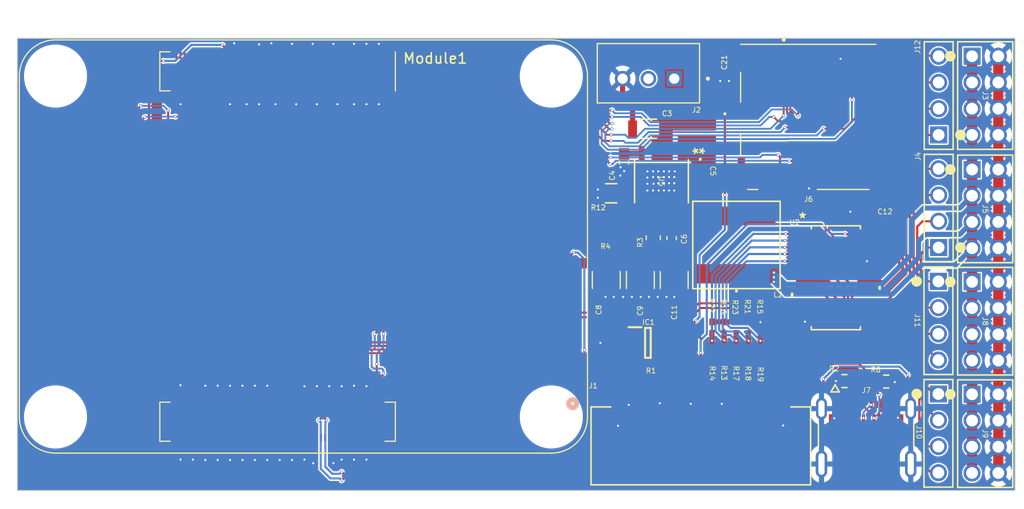
<source format=kicad_pcb>
(kicad_pcb (version 20240108) (generator "pcbnew") (generator_version "8.0")
  (layers (0 "F.Cu" power) (31 "B.Cu" signal) (34 "B.Paste" user) (35 "F.Paste" user) (36 "B.SilkS" user "B.Silkscreen") (37 "F.SilkS" user "F.Silkscreen") (38 "B.Mask" user) (39 "F.Mask" user) (44 "Edge.Cuts" user))
  (net 0 "")
  (net 3 "/12V")
  (net 9 "Net-(U5-SS)")
  (net 17 "Net-(U5-BST)")
  (net 90 "/5V")
  (net 91 "/GND")
  (net 92 "/SD_DAT2")
  (net 93 "/SD_DAT3")
  (net 94 "/SD_CMD")
  (net 95 "/SD_CLK")
  (net 96 "/SD_DAT0")
  (net 98 "Net-(U5-SW)")
  (net 102 "/USB_N")
  (net 103 "/USB_P")
  (net 104 "/SD_DAT1")
  (net 105 "Net-(C6-Pad1)")
  (net 106 "/A1")
  (net 108 "/A2")
  (net 109 "/A0")
  (net 110 "Net-(U5-COMP)")
  (net 111 "/FB")
  (net 114 "/A3")
  (net 115 "/CAM1_D0_N")
  (net 116 "/CAM1_D0_P")
  (net 117 "/CAM1_D1_N")
  (net 118 "/CAM1_D1_P")
  (net 119 "/CAM1_C_N")
  (net 120 "/CAM1_C_P")
  (net 121 "/CAM_GPIO")
  (net 123 "/SCL0")
  (net 124 "/SDA0")
  (net 125 "/S8")
  (net 126 "/S9")
  (net 127 "/S10")
  (net 128 "/S11")
  (net 129 "/A4")
  (net 130 "/PI_SCL")
  (net 131 "/PI_SDA")
  (net 132 "/3.3V")
  (net 136 "Net-(J7-VBUS_A4)")
  (net 174 "Net-(J7-CC1)")
  (net 175 "Net-(J7-CC2)")
  (net 177 "/S4")
  (net 178 "/S5")
  (net 179 "/S6")
  (net 180 "/S7")
  (net 181 "/S0")
  (net 182 "/S1")
  (net 183 "/S2")
  (net 184 "/S3")
  (net 185 "/S12")
  (net 186 "/S13")
  (net 187 "/S14")
  (net 188 "/S15")
  (net 189 "/SD_PWR")
  (net 190 "/SD_PWR_ON")
  (footprint "Library:CONN_61300411121_WRE" (layer "F.Cu") (at 202.15 62.77 90)
    (property "Reference" "J12")
    (property "Value" "61300411121")
  )
  (footprint "Library:IND_TAIYO_NR8040_TAY" (layer "F.Cu") (at 182.5733 73.425 90)
    (property "Reference" "L2")
    (property "Value" "NR8040T3R6N")
  )
  (footprint "Library:RC0402N_YAG" (layer "F.Cu") (at 184.8983 81.45 -90)
    (property "Reference" "R15")
    (property "Value" "RC0402JR-0710KL")
  )
  (footprint "Library:RC0805N_YAG" (layer "F.Cu") (at 194.45 70.2 180)
    (property "Reference" "C12")
    (property "Value" "100nF_0805_100V")
  )
  (footprint "Library:RC0402N_YAG" (layer "F.Cu") (at 183.723301 81.441199 -90)
    (property "Reference" "R21")
    (property "Value" "RC0402JR-0710KL")
  )
  (footprint "Library:SOT361-1_NXP-M" (layer "F.Cu") (at 192.1983 76.6)
    (property "Reference" "U2")
    (property "Value" "PCA9685PW")
  )
  (footprint "Library:RC0402N_YAG" (layer "F.Cu") (at 181.3733 83.874999 -90)
    (property "Reference" "R13")
    (property "Value" "RC0402JR-0710KL")
  )
  (footprint "Library:SO-8EP_DIO" (layer "F.Cu") (at 175.3133 67.2547 -90)
    (property "Reference" "U5")
    (property "Value" "AP64501SP-13")
  )
  (footprint "Library:RES_0816_SUS" (layer "F.Cu") (at 197.0734 86.65 180)
    (property "Reference" "R6")
    (property "Value" "RG1608P-512-B-T5")
  )
  (footprint "Library:RC0402N_YAG" (layer "F.Cu") (at 182.548301 83.874999 -90)
    (property "Reference" "R17")
    (property "Value" "RC0402JR-0710KL")
  )
  (footprint "Library:CAP_CC0805_YAG-L" (layer "F.Cu") (at 179.07 67.220899 -90)
    (property "Reference" "C5")
    (property "Value" "CC0805ZRY5V7BB104")
  )
  (footprint "Library:TSW-104-07-G-D_SAI" (layer "F.Cu") (at 205.385 76.995 -90)
    (property "Reference" "J8")
    (property "Value" "TSW-104-07-F-D")
  )
  (footprint "Library:RC0402N_YAG" (layer "F.Cu") (at 181.373301 81.424999 -90)
    (property "Reference" "R16")
    (property "Value" "RC0402JR-0710KL")
  )
  (footprint "Library:RC0402N_YAG" (layer "F.Cu") (at 183.7233 83.874999 -90)
    (property "Reference" "R18")
    (property "Value" "RC0402JR-0710KL")
  )
  (footprint "Library:RC1206N_YAG-L" (layer "F.Cu") (at 170.4496 68.4209 180)
    (property "Reference" "R12")
    (property "Value" "RC1206FR-0722K1L")
  )
  (footprint "Library:RES_0816_SUS" (layer "F.Cu") (at 193.0266 86.6 180)
    (property "Reference" "R2")
    (property "Value" "RG1608P-512-B-T5")
  )
  (footprint "Library:CONN_61300411121_WRE" (layer "F.Cu") (at 202.125 87.85 -90)
    (property "Reference" "J10")
    (property "Value" "61300411121")
  )
  (footprint "Library:RC0402N_YAG" (layer "F.Cu") (at 180.1983 83.874999 -90)
    (property "Reference" "R14")
    (property "Value" "RC0402JR-0710KL")
  )
  (footprint "Library:SOT94P280X100-5N" (layer "F.Cu") (at 174 82.9)
    (property "Reference" "IC1")
    (property "Value" "RT9742GGJ5" (hide yes))
  )
  (footprint "Library:CAPC3225X270N" (layer "F.Cu") (at 176.545 76.8209 90)
    (property "Reference" "C11")
    (property "Value" "22uF_1210")
  )
  (footprint "Library:RC0805N_YAG-M" (layer "F.Cu") (at 171.595 71.720901 90)
    (property "Reference" "R4")
    (property "Value" "RC0805FR-07115KL")
  )
  (footprint "Library:TSW-104-07-G-D_SAI" (layer "F.Cu") (at 205.385 55.15 -90)
    (property "Reference" "J3")
    (property "Value" "TSW-104-07-F-D")
  )
  (footprint "Library:RESC2012X60N" (layer "F.Cu") (at 174.52 72.7209 90)
    (property "Reference" "R3")
    (property "Value" "15.8k_0805")
  )
  (footprint "Library:CAP_CL31_SAM" (layer "F.Cu") (at 174.0422 62.1709 180)
    (property "Reference" "C3")
    (property "Value" "CL31A106MAHNNNE")
  )
  (footprint "Library:MOLEX_1054500101" (layer "F.Cu") (at 195.125 96.4)
    (property "Reference" "J7")
    (property "Value" "1054500101")
  )
  (footprint "Library:CAPC1608X90" (layer "F.Cu") (at 171.695 65.445899 -90)
    (property "Reference" "C4")
    (property "Value" "10nF_0603")
  )
  (footprint "Library:RC0402N_YAG" (layer "F.Cu") (at 180.1983 81.424999 -90)
    (property "Reference" "R22")
    (property "Value" "RC0402JR-0710KL")
  )
  (footprint "Library:TSW-104-07-G-D_SAI" (layer "F.Cu") (at 205.385 66.12 -90)
    (property "Reference" "J5")
    (property "Value" "TSW-104-07-F-D")
  )
  (footprint "Library:RC0402N_YAG" (layer "F.Cu") (at 184.8983 83.899999 -90)
    (property "Reference" "R19")
    (property "Value" "RC0402JR-0710KL")
  )
  (footprint "Library:CONN_61300411121_WRE" (layer "F.Cu") (at 202.125 76.95 -90)
    (property "Reference" "J11")
    (property "Value" "61300411121")
  )
  (footprint "Library:CAP_GRM21_2p15X1p4X1p4_MUR" (layer "F.Cu") (at 181.45 58.4517 90)
    (property "Reference" "C21")
    (property "Value" "GRM21BR71A106KA73L")
  )
  (footprint "Library:CAPC3225X270N" (layer "F.Cu") (at 169.969999 76.815899 90)
    (property "Reference" "C8")
    (property "Value" "22uF_1210")
  )
  (footprint "Library:CONN_61300411121_WRE" (layer "F.Cu") (at 202.15 73.67 90)
    (property "Reference" "J4")
    (property "Value" "61300411121")
  )
  (footprint "Library:Raspberry-Pi-4-Compute-Module" (layer "F.Cu") (at 116.65 57.075 -90)
    (property "Reference" "Module1")
    (property "Value" "ComputeModule4-CM4")
  )
  (footprint "Library:JST_B3B-XH-A" (layer "F.Cu") (at 174.05 56.8)
    (property "Reference" "J2")
    (property "Value" "B3B-XH-A")
  )
  (footprint "Library:RC0402N_YAG" (layer "F.Cu") (at 172.05 85.55)
    (property "Reference" "R1")
    (property "Value" "RC0402JR-0710KL")
  )
  (footprint "Library:CON15_1X15_DRB_SFW_FCI" (layer "F.Cu") (at 179.125 92.875)
    (property "Reference" "J1")
    (property "Value" "15 Pin")
  )
  (footprint "Library:SDCARD_MOLEX_503398-1892" (layer "F.Cu") (at 189.525 61.025)
    (property "Reference" "J6")
    (property "Value" "Micro_SD_Card_Det1")
  )
  (footprint "Library:CAPC3225X270N" (layer "F.Cu") (at 173.27 76.815899 90)
    (property "Reference" "C9")
    (property "Value" "22uF_1210")
  )
  (footprint "Library:RC0402N_YAG" (layer "F.Cu") (at 182.5483 81.424999 -90)
    (property "Reference" "R23")
    (property "Value" "RC0402JR-0710KL")
  )
  (footprint "Library:TSW-104-07-G-D_SAI" (layer "F.Cu") (at 205.385 87.88 -90)
    (property "Reference" "J9")
    (property "Value" "TSW-104-07-F-D")
  )
  (footprint "Library:CAPC1608X90" (layer "F.Cu") (at 176.295001 72.7709 90)
    (property "Reference" "C6")
    (property "Value" "CC0603KRX7R9BB272")
  )
  (gr_rect (start 112.95 53.4) (end 209.55 97.2) (stroke (width 0.1)) (fill none) (layer "Edge.Cuts"))
  (segment (start 173.4083 64.575) (end 171.715899 64.575) (width 0.5) (layer "F.Cu") (net 9))
  (segment (start 171.715899 64.575) (end 171.695 64.595899) (width 0.5) (layer "F.Cu") (net 9))
  (segment (start 169.969999 75.190899) (end 128.540899 75.190899) (width 1) (layer "F.Cu") (net 90))
  (segment (start 126.45 73.1) (end 126.45 57.4) (width 1) (layer "F.Cu") (net 90))
  (segment (start 130.75 55.075) (end 131.15 55.075) (width 0.21) (layer "F.Cu") (net 90))
  (segment (start 131.95 56.25) (end 131.95 55.075) (width 1) (layer "F.Cu") (net 90))
  (segment (start 126.45 57.4) (end 127.15 56.7) (width 1) (layer "F.Cu") (net 90))
  (segment (start 131.5 56.7) (end 131.95 56.25) (width 1) (layer "F.Cu") (net 90))
  (segment (start 132.75 55.075) (end 131.95 55.075) (width 0.18) (layer "F.Cu") (net 90))
  (segment (start 131.15 55.075) (end 131.55 55.075) (width 0.5) (layer "F.Cu") (net 90))
  (segment (start 128.540899 75.190899) (end 126.45 73.1) (width 1) (layer "F.Cu") (net 90))
  (segment (start 205.385 55.15) (end 205.385 95.5) (width 1) (layer "F.Cu") (net 90))
  (segment (start 127.15 56.7) (end 131.5 56.7) (width 1) (layer "F.Cu") (net 90))
  (via (at 186.2 77) (size 0.3) (drill 0.2) (layers "F.Cu" "B.Cu") (net 90))
  (via (at 186.2 76.55) (size 0.3) (drill 0.2) (layers "F.Cu" "B.Cu") (net 90))
  (via (at 186.2 76.1) (size 0.3) (drill 0.2) (layers "F.Cu" "B.Cu") (net 90))
  (segment (start 197.675 78.175) (end 200.5 75.35) (width 0.5) (layer "B.Cu") (net 90))
  (segment (start 200.5 75.35) (end 203.775 75.35) (width 0.5) (layer "B.Cu") (net 90))
  (segment (start 203.775 75.35) (end 205.385 73.74) (width 0.5) (layer "B.Cu") (net 90))
  (segment (start 199.5 71.05) (end 200.7 69.85) (width 0.5) (layer "B.Cu") (net 90))
  (segment (start 186.2 76.1) (end 187.325 77.225) (width 0.5) (layer "B.Cu") (net 90))
  (segment (start 199.5 74.4) (end 199.5 71.05) (width 0.5) (layer "B.Cu") (net 90))
  (segment (start 186.2 77) (end 187.375 78.175) (width 0.5) (layer "B.Cu") (net 90))
  (segment (start 197.125 77.725) (end 200.2 74.65) (width 0.5) (layer "B.Cu") (net 90))
  (segment (start 186.2 76.55) (end 187.375 77.725) (width 0.5) (layer "B.Cu") (net 90))
  (segment (start 196.675 77.225) (end 199.5 74.4) (width 0.5) (layer "B.Cu") (net 90))
  (segment (start 204.185 72.4) (end 205.385 71.2) (width 0.5) (layer "B.Cu") (net 90))
  (segment (start 187.375 77.725) (end 197.125 77.725) (width 0.5) (layer "B.Cu") (net 90))
  (segment (start 187.375 78.175) (end 197.675 78.175) (width 0.5) (layer "B.Cu") (net 90))
  (segment (start 200.2 73.05) (end 200.85 72.4) (width 0.5) (layer "B.Cu") (net 90))
  (segment (start 200.85 72.4) (end 204.185 72.4) (width 0.5) (layer "B.Cu") (net 90))
  (segment (start 204.195 69.85) (end 205.385 68.66) (width 0.5) (layer "B.Cu") (net 90))
  (segment (start 187.325 77.225) (end 196.675 77.225) (width 0.5) (layer "B.Cu") (net 90))
  (segment (start 200.2 74.65) (end 200.2 73.05) (width 0.5) (layer "B.Cu") (net 90))
  (segment (start 200.7 69.85) (end 204.195 69.85) (width 0.5) (layer "B.Cu") (net 90))
  (segment (start 136.35 58.155) (end 136.35 59.8) (width 0.18) (layer "F.Cu") (net 91))
  (segment (start 141.95 87.1) (end 141.975 87.075) (width 0.18) (layer "F.Cu") (net 91))
  (segment (start 146.75 94.2) (end 146.75 94.175) (width 0.18) (layer "F.Cu") (net 91))
  (segment (start 141.95 88.995) (end 141.95 87.1) (width 0.18) (layer "F.Cu") (net 91))
  (segment (start 173.290899 78.440899) (end 173.3 78.45) (width 1) (layer "F.Cu") (net 91))
  (segment (start 175.809101 78.440899) (end 176.539999 78.440899) (width 1) (layer "F.Cu") (net 91))
  (segment (start 169.969999 78.440899) (end 169.960898 78.440899) (width 1) (layer "F.Cu") (net 91))
  (segment (start 143.15 94.15) (end 143.55 94.55) (width 0.18) (layer "F.Cu") (net 91))
  (segment (start 145.55 55.075) (end 145.55 53.95) (width 0.18) (layer "F.Cu") (net 91))
  (segment (start 146.75 55.075) (end 146.75 53.95) (width 0.18) (layer "F.Cu") (net 91))
  (segment (start 140.75 88.995) (end 140.75 87.1) (width 0.18) (layer "F.Cu") (net 91))
  (segment (start 133.95 55.075) (end 133.95 53.9) (width 0.18) (layer "F.Cu") (net 91))
  (segment (start 133.55 94.25) (end 133.55 94.2) (width 0.18) (layer "F.Cu") (net 91))
  (segment (start 171.7 66.275) (end 174.354499 66.295899) (width 0.5) (layer "F.Cu") (net 91))
  (segment (start 137.15 88.995) (end 137.15 87.05) (width 0.18) (layer "F.Cu") (net 91))
  (segment (start 144.35 92.075) (end 144.35 94.2) (width 0.18) (layer "F.Cu") (net 91))
  (segment (start 184.873299 80.866199) (end 184.9 80.8929) (width 0.5) (layer "F.Cu") (net 91))
  (segment (start 171.55 58.975) (end 172.514399 59.939399) (width 0.5) (layer "F.Cu") (net 91))
  (segment (start 140.75 92.075) (end 140.75 94.2) (width 0.18) (layer "F.Cu") (net 91))
  (segment (start 184.9071 80.9) (end 184.8983 80.8912) (width 0.5) (layer "F.Cu") (net 91))
  (segment (start 146.75 58.155) (end 146.75 59.8) (width 0.18) (layer "F.Cu") (net 91))
  (segment (start 176.55 78.45) (end 176.55 78.4509) (width 1) (layer "F.Cu") (net 91))
  (segment (start 173.309101 78.440899) (end 174.090899 78.440899) (width 1) (layer "F.Cu") (net 91))
  (segment (start 175.790899 78.440899) (end 175.8 78.45) (width 1) (layer "F.Cu") (net 91))
  (segment (start 139.95 58.155) (end 139.95 59.8) (width 0.18) (layer "F.Cu") (net 91))
  (segment (start 135.95 92.075) (end 135.95 94.25) (width 0.18) (layer "F.Cu") (net 91))
  (segment (start 144.35 94.2) (end 144.35 94.175) (width 0.18) (layer "F.Cu") (net 91))
  (segment (start 137.95 58.155) (end 137.95 59.8) (width 0.18) (layer "F.Cu") (net 91))
  (segment (start 147.95 58.155) (end 147.95 59.8) (width 0.18) (layer "F.Cu") (net 91))
  (segment (start 172.740999 82.890999) (end 172.75 82.9) (width 0.2) (layer "F.Cu") (net 91))
  (segment (start 132.35 92.075) (end 132.35 94.25) (width 0.18) (layer "F.Cu") (net 91))
  (segment (start 132.35 94.25) (end 132.35 94.2) (width 0.18) (layer "F.Cu") (net 91))
  (segment (start 138.35 92.075) (end 138.35 94.25) (width 0.18) (layer "F.Cu") (net 91))
  (segment (start 145.55 58.155) (end 145.55 59.8) (width 0.18) (layer "F.Cu") (net 91))
  (segment (start 136.35 54) (end 136.35 54.025) (width 0.18) (layer "F.Cu") (net 91))
  (segment (start 176.539999 78.440899) (end 176.5491 78.45) (width 1) (layer "F.Cu") (net 91))
  (segment (start 128.75 92.075) (end 128.75 94.2) (width 0.18) (layer "F.Cu") (net 91))
  (segment (start 175.9483 69.9344) (end 175.9483 67.8897) (width 0.5) (layer "F.Cu") (net 91))
  (segment (start 173.3 78.45) (end 173.309101 78.440899) (width 1) (layer "F.Cu") (net 91))
  (segment (start 170.709101 78.440899) (end 171.590899 78.440899) (width 1) (layer "F.Cu") (net 91))
  (segment (start 172.440899 78.440899) (end 172.45 78.45) (width 1) (layer "F.Cu") (net 91))
  (segment (start 172.45 78.45) (end 172.459101 78.440899) (width 1) (layer "F.Cu") (net 91))
  (segment (start 139.55 53.95) (end 139.55 54) (width 0.18) (layer "F.Cu") (net 91))
  (segment (start 174.109101 78.440899) (end 174.940899 78.440899) (width 1) (layer "F.Cu") (net 91))
  (segment (start 175.9483 71.574199) (end 176.295001 71.9209) (width 0.5) (layer "F.Cu") (net 91))
  (segment (start 133.55 92.075) (end 133.55 94.25) (width 0.18) (layer "F.Cu") (net 91))
  (segment (start 141.6 94.55) (end 141.95 94.2) (width 0.18) (layer "F.Cu") (net 91))
  (segment (start 143.15 88.995) (end 143.15 87.1) (width 0.18) (layer "F.Cu") (net 91))
  (segment (start 170.690899 78.440899) (end 170.7 78.45) (width 1) (layer "F.Cu") (net 91))
  (segment (start 135.95 88.995) (end 135.95 87.05) (width 0.18) (layer "F.Cu") (net 91))
  (segment (start 143.15 92.075) (end 143.15 94.15) (width 0.18) (layer "F.Cu") (net 91))
  (segment (start 128.75 87) (end 128.75 86.975) (width 0.18) (layer "F.Cu") (net 91))
  (segment (start 195.1701 74.9701) (end 195.2 75) (width 0.21) (layer "F.Cu") (net 91))
  (segment (start 133.55 58.155) (end 133.55 59.8) (width 0.18) (layer "F.Cu") (net 91))
  (segment (start 172.514399 59.939399) (end 172.514399 62.1709) (width 0.5) (layer "F.Cu") (net 91))
  (segment (start 198.125 90.06) (end 198.225 90.16) (width 0.21) (layer "F.Cu") (net 91))
  (segment (start 145.55 92.075) (end 145.55 94.2) (width 0.18) (layer "F.Cu") (net 91))
  (segment (start 172.459101 78.440899) (end 173.290899 78.440899) (width 1) (layer "F.Cu") (net 91))
  (segment (start 137.55 55.075) (end 137.55 53.9) (width 0.18) (layer "F.Cu") (net 91))
  (segment (start 132.35 87.05) (end 132.35 87.025) (width 0.18) (layer "F.Cu") (net 91))
  (segment (start 131.15 94.25) (end 131.15 94.2) (width 0.18) (layer "F.Cu") (net 91))
  (segment (start 137.15 92.075) (end 137.15 94.25) (width 0.18) (layer "F.Cu") (net 91))
  (segment (start 139.55 92.075) (end 139.55 94.25) (width 0.18) (layer "F.Cu") (net 91))
  (segment (start 147.95 55.075) (end 147.95 53.95) (width 0.18) (layer "F.Cu") (net 91))
  (segment (start 131.15 88.995) (end 131.15 87.05) (width 0.18) (layer "F.Cu") (net 91))
  (segment (start 141.95 58.155) (end 141.95 59.8) (width 0.18) (layer "F.Cu") (net 91))
  (segment (start 170.7 78.45) (end 170.709101 78.440899) (width 1) (layer "F.Cu") (net 91))
  (segment (start 133.55 88.995) (end 133.55 87.05) (width 0.18) (layer "F.Cu") (net 91))
  (segment (start 145.55 94.2) (end 145.55 94.175) (width 0.18) (layer "F.Cu") (net 91))
  (segment (start 144.35 88.995) (end 144.35 87.1) (width 0.18) (layer "F.Cu") (net 91))
  (segment (start 136.35 55.075) (end 136.35 54) (width 0.18) (layer "F.Cu") (net 91))
  (segment (start 171.609101 78.440899) (end 172.440899 78.440899) (width 1) (layer "F.Cu") (net 91))
  (segment (start 171.55 57.325) (end 171.55 58.975) (width 0.5) (layer "F.Cu") (net 91))
  (segment (start 169.409001 82.890999) (end 169.4 82.9) (width 0.21) (layer "F.Cu") (net 91))
  (segment (start 135.15 58.155) (end 135.15 59.8) (width 0.18) (layer "F.Cu") (net 91))
  (segment (start 198.125 88.86) (end 198.125 90.06) (width 0.21) (layer "F.Cu") (net 91))
  (segment (start 137.55 53.9) (end 137.55 53.95) (width 0.18) (layer "F.Cu") (net 91))
  (segment (start 132.35 88.995) (end 132.35 87.05) (width 0.18) (layer "F.Cu") (net 91))
  (segment (start 139.55 55.075) (end 139.55 53.95) (width 0.18) (layer "F.Cu") (net 91))
  (segment (start 171.590899 78.440899) (end 171.6 78.45) (width 1) (layer "F.Cu") (net 91))
  (segment (start 134.75 92.075) (end 134.75 94.25) (width 0.18) (layer "F.Cu") (net 91))
  (segment (start 174.95 78.45) (end 174.959101 78.440899) (width 1) (layer "F.Cu") (net 91))
  (segment (start 138.35 94.25) (end 138.35 94.2) (width 0.18) (layer "F.Cu") (net 91))
  (segment (start 140.75 87.1) (end 140.75 87.075) (width 0.18) (layer "F.Cu") (net 91))
  (segment (start 137.15 87.05) (end 137.15 87.025) (width 0.18) (layer "F.Cu") (net 91))
  (segment (start 171.695 66.295899) (end 171.7 66.275) (width 0.5) (layer "F.Cu") (net 91))
  (segment (start 195.1701 75.0299) (end 195.1701 75.625001) (width 0.21) (layer "F.Cu") (net 91))
  (segment (start 176.55 78.4509) (end 176.545 78.4459) (width 1) (layer "F.Cu") (net 91))
  (segment (start 146.75 53.95) (end 146.75 54) (width 0.18) (layer "F.Cu") (net 91))
  (segment (start 143.175 94.175) (end 143.15 94.175) (width 0.18) (layer "F.Cu") (net 91))
  (segment (start 170.633904 82.890999) (end 169.409001 82.890999) (width 0.21) (layer "F.Cu") (net 91))
  (segment (start 171.6 78.45) (end 171.609101 78.440899) (width 1) (layer "F.Cu") (net 91))
  (segment (start 174.959101 78.440899) (end 175.790899 78.440899) (width 1) (layer "F.Cu") (net 91))
  (segment (start 134.75 94.25) (end 134.75 94.2) (width 0.18) (layer "F.Cu") (net 91))
  (segment (start 134.75 88.995) (end 134.75 87.05) (width 0.18) (layer "F.Cu") (net 91))
  (segment (start 176.5491 78.45) (end 176.55 78.45) (width 1) (layer "F.Cu") (net 91))
  (segment (start 192.125 90.06) (end 192.025 90.16) (width 0.21) (layer "F.Cu") (net 91))
  (segment (start 129.95 92.075) (end 129.95 94.2) (width 0.18) (layer "F.Cu") (net 91))
  (segment (start 141.95 94.2) (end 141.95 92.075) (width 0.18) (layer "F.Cu") (net 91))
  (segment (start 170.633904 82.890999) (end 172.740999 82.890999) (width 0.2) (layer "F.Cu") (net 91))
  (segment (start 146.75 87.1) (end 146.75 87.075) (width 0.18) (layer "F.Cu") (net 91))
  (segment (start 143.15 87.1) (end 143.15 87.075) (width 0.18) (layer "F.Cu") (net 91))
  (segment (start 143.95 58.155) (end 143.95 59.8) (width 0.18) (layer "F.Cu") (net 91))
  (segment (start 128.75 88.995) (end 128.75 87) (width 0.18) (layer "F.Cu") (net 91))
  (segment (start 184.9 80.8929) (end 184.9 80.9) (width 0.5) (layer "F.Cu") (net 91))
  (segment (start 137.15 94.25) (end 137.15 94.2) (width 0.18) (layer "F.Cu") (net 91))
  (segment (start 169.9 78.45) (end 169.9791 78.440899) (width 1) (layer "F.Cu") (net 91))
  (segment (start 207.925 55.15) (end 207.925 95.5) (width 1) (layer "F.Cu") (net 91))
  (segment (start 141.55 53.95) (end 141.55 54) (width 0.18) (layer "F.Cu") (net 91))
  (segment (start 169.9791 78.440899) (end 170.690899 78.440899) (width 1) (layer "F.Cu") (net 91))
  (segment (start 192.125 88.86) (end 192.125 90.06) (width 0.21) (layer "F.Cu") (net 91))
  (segment (start 175.9483 67.8897) (end 175.3133 67.2547) (width 0.5) (layer "F.Cu") (net 91))
  (segment (start 143.55 94.55) (end 143.175 94.175) (width 0.18) (layer "F.Cu") (net 91))
  (segment (start 134.75 87.05) (end 134.75 87.025) (width 0.18) (layer "F.Cu") (net 91))
  (segment (start 145.55 53.95) (end 145.55 54) (width 0.18) (layer "F.Cu") (net 91))
  (segment (start 146.75 88.995) (end 146.75 87.1) (width 0.18) (layer "F.Cu") (net 91))
  (segment (start 141.55 55.075) (end 141.55 53.95) (width 0.18) (layer "F.Cu") (net 91))
  (segment (start 169.960898 78.440899) (end 169.9 78.45) (width 1) (layer "F.Cu") (net 91))
  (segment (start 174.090899 78.440899) (end 174.1 78.45) (width 1) (layer "F.Cu") (net 91))
  (segment (start 180.1983 80.866199) (end 184.873299 80.866199) (width 0.5) (layer "F.Cu") (net 91))
  (segment (start 146.75 92.075) (end 146.75 94.2) (width 0.18) (layer "F.Cu") (net 91))
  (segment (start 144.35 87.1) (end 144.35 87.075) (width 0.18) (layer "F.Cu") (net 91))
  (segment (start 133.55 87.05) (end 133.55 87.025) (width 0.18) (layer "F.Cu") (net 91))
  (segment (start 184.9 80.9) (end 184.9071 80.9) (width 0.5) (layer "F.Cu") (net 91))
  (segment (start 174.1 78.45) (end 174.109101 78.440899) (width 1) (layer "F.Cu") (net 91))
  (segment (start 141.6 94.55) (end 141.925 94.225) (width 0.18) (layer "F.Cu") (net 91))
  (segment (start 128.75 58.155) (end 128.75 59.8) (width 0.18) (layer "F.Cu") (net 91))
  (segment (start 174.354499 66.295899) (end 175.3133 67.2547) (width 0.5) (layer "F.Cu") (net 91))
  (segment (start 145.55 88.995) (end 145.55 87.05) (width 0.18) (layer "F.Cu") (net 91))
  (segment (start 135.95 94.25) (end 135.95 94.2) (width 0.18) (layer "F.Cu") (net 91))
  (segment (start 135.95 87.05) (end 135.95 87.025) (width 0.18) (layer "F.Cu") (net 91))
  (segment (start 195.2 75) (end 195.1701 75.0299) (width 0.21) (layer "F.Cu") (net 91))
  (segment (start 195.1701 74.325001) (end 195.1701 74.9701) (width 0.21) (layer "F.Cu") (net 91))
  (segment (start 174.940899 78.440899) (end 174.95 78.45) (width 1) (layer "F.Cu") (net 91))
  (segment (start 131.15 92.075) (end 131.15 94.25) (width 0.18) (layer "F.Cu") (net 91))
  (segment (start 175.8 78.45) (end 175.809101 78.440899) (width 1) (layer "F.Cu") (net 91))
  (segment (start 143.55 55.075) (end 143.55 53.95) (width 0.18) (layer "F.Cu") (net 91))
  (segment (start 175.9483 69.9344) (end 175.9483 71.574199) (width 0.5) (layer "F.Cu") (net 91))
  (segment (start 139.55 94.25) (end 139.55 94.2) (width 0.18) (layer "F.Cu") (net 91))
  (segment (start 147.95 53.95) (end 147.95 54) (width 0.18) (layer "F.Cu") (net 91))
  (via (at 176.55 78.45) (size 0.3) (drill 0.2) (layers "F.Cu" "B.Cu") (net 91))
  (via (at 128.75 94.2) (size 0.3) (drill 0.2) (layers "F.Cu" "B.Cu") (net 91))
  (via (at 171.35 65.9) (size 0.3) (drill 0.2) (layers "F.Cu" "B.Cu") (net 91))
  (via (at 140.75 94.2) (size 0.3) (drill 0.2) (layers "F.Cu" "B.Cu") (net 91))
  (via (at 171.7 66.275) (size 0.3) (drill 0.2) (layers "F.Cu" "B.Cu") (net 91))
  (via (at 174.5 66.85) (size 0.3) (drill 0.2) (layers "F.Cu" "B.Cu") (net 91))
  (via (at 173.95 66.9) (size 0.3) (drill 0.2) (layers "F.Cu" "B.Cu") (net 91))
  (via (at 170.7 78.45) (size 0.3) (drill 0.2) (layers "F.Cu" "B.Cu") (net 91))
  (via (at 175 66.85) (size 0.3) (drill 0.2) (layers "F.Cu" "B.Cu") (net 91))
  (via (at 174.5 68.15) (size 0.3) (drill 0.2) (layers "F.Cu" "B.Cu") (net 91))
  (via (at 133.95 53.9) (size 0.3) (drill 0.2) (layers "F.Cu" "B.Cu") (net 91))
  (via (at 181 57.55) (size 0.3) (drill 0.2) (layers "F.Cu" "B.Cu") (net 91))
  (via (at 181.15 88.8) (size 0.3) (drill 0.2) (layers "F.Cu" "B.Cu") (net 91))
  (via (at 141.55 53.95) (size 0.3) (drill 0.2) (layers "F.Cu" "B.Cu") (net 91))
  (via (at 129.95 94.2) (size 0.3) (drill 0.2) (layers "F.Cu" "B.Cu") (net 91))
  (via (at 193.6 70.2) (size 0.3) (drill 0.2) (layers "F.Cu" "B.Cu") (net 91))
  (via (at 174.1 78.45) (size 0.3) (drill 0.2) (layers "F.Cu" "B.Cu") (net 91))
  (via (at 141.95 59.8) (size 0.3) (drill 0.2) (layers "F.Cu" "B.Cu") (net 91))
  (via (at 172.45 78.45) (size 0.3) (drill 0.2) (layers "F.Cu" "B.Cu") (net 91))
  (via (at 175.55 68.15) (size 0.3) (drill 0.2) (layers "F.Cu" "B.Cu") (net 91))
  (via (at 137.15 94.25) (size 0.3) (drill 0.2) (layers "F.Cu" "B.Cu") (net 91))
  (via (at 173.95 66.3) (size 0.3) (drill 0.2) (layers "F.Cu" "B.Cu") (net 91))
  (via (at 197.9 86.7) (size 0.3) (drill 0.2) (layers "F.Cu" "B.Cu") (net 91))
  (via (at 146.75 53.95) (size 0.3) (drill 0.2) (layers "F.Cu" "B.Cu") (net 91))
  (via (at 144.35 94.2) (size 0.3) (drill 0.2) (layers "F.Cu" "B.Cu") (net 91))
  (via (at 169.15 68.85) (size 0.3) (drill 0.2) (layers "F.Cu" "B.Cu") (net 91))
  (via (at 192.65 55.4) (size 0.3) (drill 0.2) (layers "F.Cu" "B.Cu") (net 91))
  (via (at 128.75 87) (size 0.3) (drill 0.2) (layers "F.Cu" "B.Cu") (net 91))
  (via (at 176.6 66.3) (size 0.3) (drill 0.2) (layers "F.Cu" "B.Cu") (net 91))
  (via (at 169.15 68.05) (size 0.3) (drill 0.2) (layers "F.Cu" "B.Cu") (net 91))
  (via (at 173.3 78.45) (size 0.3) (drill 0.2) (layers "F.Cu" "B.Cu") (net 91))
  (via (at 143.55 94.55) (size 0.3) (drill 0.2) (layers "F.Cu" "B.Cu") (net 91))
  (via (at 140.75 87.1) (size 0.3) (drill 0.2) (layers "F.Cu" "B.Cu") (net 91))
  (via (at 141.95 87.1) (size 0.3) (drill 0.2) (layers "F.Cu" "B.Cu") (net 91))
  (via (at 174.55 67.5) (size 0.3) (drill 0.2) (layers "F.Cu" "B.Cu") (net 91))
  (via (at 189.6 67.95) (size 0.3) (drill 0.2) (layers "F.Cu" "B.Cu") (net 91))
  (via (at 137.95 59.8) (size 0.3) (drill 0.2) (layers "F.Cu" "B.Cu") (net 91))
  (via (at 135.95 87.05) (size 0.3) (drill 0.2) (layers "F.Cu" "B.Cu") (net 91))
  (via (at 187.1 90.9) (size 0.3) (drill 0.2) (layers "F.Cu" "B.Cu") (net 91))
  (via (at 181.85 57.55) (size 0.3) (drill 0.2) (layers "F.Cu" "B.Cu") (net 91))
  (via (at 143.15 87.1) (size 0.3) (drill 0.2) (layers "F.Cu" "B.Cu") (net 91))
  (via (at 145.55 59.8) (size 0.3) (drill 0.2) (layers "F.Cu" "B.Cu") (net 91))
  (via (at 171.325 66.7) (size 0.3) (drill 0.2) (layers "F.Cu" "B.Cu") (net 91))
  (via (at 132.35 87.05) (size 0.3) (drill 0.2) (layers "F.Cu" "B.Cu") (net 91))
  (via (at 175.15 88.75) (size 0.3) (drill 0.2) (layers "F.Cu" "B.Cu") (net 91))
  (via (at 176.55 68.15) (size 0.3) (drill 0.2) (layers "F.Cu" "B.Cu") (net 91))
  (via (at 139.55 53.95) (size 0.3) (drill 0.2) (layers "F.Cu" "B.Cu") (net 91))
  (via (at 135.15 59.8) (size 0.3) (drill 0.2) (layers "F.Cu" "B.Cu") (net 91))
  (via (at 175.55 67.45) (size 0.3) (drill 0.2) (layers "F.Cu" "B.Cu") (net 91))
  (via (at 174.5 66.3) (size 0.3) (drill 0.2) (layers "F.Cu" "B.Cu") (net 91))
  (via (at 178.15 88.8) (size 0.3) (drill 0.2) (layers "F.Cu" "B.Cu") (net 91))
  (via (at 137.55 53.9) (size 0.3) (drill 0.2) (layers "F.Cu" "B.Cu") (net 91))
  (via (at 138.35 94.25) (size 0.3) (drill 0.2) (layers "F.Cu" "B.Cu") (net 91))
  (via (at 176.05 66.85) (size 0.3) (drill 0.2) (layers "F.Cu" "B.Cu") (net 91))
  (via (at 175.55 66.85) (size 0.3) (drill 0.2) (layers "F.Cu" "B.Cu") (net 91))
  (via (at 131.15 94.25) (size 0.3) (drill 0.2) (layers "F.Cu" "B.Cu") (net 91))
  (via (at 184.9 80.9) (size 0.3) (drill 0.2) (layers "F.Cu" "B.Cu") (net 91))
  (via (at 175.55 66.3) (size 0.3) (drill 0.2) (layers "F.Cu" "B.Cu") (net 91))
  (via (at 145.55 53.95) (size 0.3) (drill 0.2) (layers "F.Cu" "B.Cu") (net 91))
  (via (at 143.95 59.8) (size 0.3) (drill 0.2) (layers "F.Cu" "B.Cu") (net 91))
  (via (at 131.15 87.05) (size 0.3) (drill 0.2) (layers "F.Cu" "B.Cu") (net 91))
  (via (at 141.6 94.55) (size 0.3) (drill 0.2) (layers "F.Cu" "B.Cu") (net 91))
  (via (at 146.75 94.2) (size 0.3) (drill 0.2) (layers "F.Cu" "B.Cu") (net 91))
  (via (at 139.95 59.8) (size 0.3) (drill 0.2) (layers "F.Cu" "B.Cu") (net 91))
  (via (at 132.35 94.25) (size 0.3) (drill 0.2) (layers "F.Cu" "B.Cu") (net 91))
  (via (at 133.55 94.25) (size 0.3) (drill 0.2) (layers "F.Cu" "B.Cu") (net 91))
  (via (at 195.2 75) (size 0.3) (drill 0.2) (layers "F.Cu" "B.Cu") (net 91))
  (via (at 147.95 53.95) (size 0.3) (drill 0.2) (layers "F.Cu" "B.Cu") (net 91))
  (via (at 176.05 68.15) (size 0.3) (drill 0.2) (layers "F.Cu" "B.Cu") (net 91))
  (via (at 137.15 87.05) (size 0.3) (drill 0.2) (layers "F.Cu" "B.Cu") (net 91))
  (via (at 144.35 87.1) (size 0.3) (drill 0.2) (layers "F.Cu" "B.Cu") (net 91))
  (via (at 169.9 78.45) (size 0.3) (drill 0.2) (layers "F.Cu" "B.Cu") (net 91))
  (via (at 189.2 80.85) (size 0.3) (drill 0.2) (layers "F.Cu" "B.Cu") (net 91))
  (via (at 176.55 67.45) (size 0.3) (drill 0.2) (layers "F.Cu" "B.Cu") (net 91))
  (via (at 146.75 59.8) (size 0.3) (drill 0.2) (layers "F.Cu" "B.Cu") (net 91))
  (via (at 176.55 66.85) (size 0.3) (drill 0.2) (layers "F.Cu" "B.Cu") (net 91))
  (via (at 175 66.3) (size 0.3) (drill 0.2) (layers "F.Cu" "B.Cu") (net 91))
  (via (at 145.55 87.05) (size 0.3) (drill 0.2) (layers "F.Cu" "B.Cu") (net 91))
  (via (at 133.55 59.8) (size 0.3) (drill 0.2) (layers "F.Cu" "B.Cu") (net 91))
  (via (at 198.2 90.15) (size 0.3) (drill 0.2) (layers "F.Cu" "B.Cu") (net 91))
  (via (at 171.1 90.925) (size 0.3) (drill 0.2) (layers "F.Cu" "B.Cu") (net 91))
  (via (at 136.35 59.8) (size 0.3) (drill 0.2) (layers "F.Cu" "B.Cu") (net 91))
  (via (at 176.05 66.3) (size 0.3) (drill 0.2) (layers "F.Cu" "B.Cu") (net 91))
  (via (at 171.6 78.45) (size 0.3) (drill 0.2) (layers "F.Cu" "B.Cu") (net 91))
  (via (at 174.95 78.45) (size 0.3) (drill 0.2) (layers "F.Cu" "B.Cu") (net 91))
  (via (at 176.05 67.45) (size 0.3) (drill 0.2) (layers "F.Cu" "B.Cu") (net 91))
  (via (at 172.15 88.9) (size 0.3) (drill 0.2) (layers "F.Cu" "B.Cu") (net 91))
  (via (at 146.75 87.1) (size 0.3) (drill 0.2) (layers "F.Cu" "B.Cu") (net 91))
  (via (at 173.95 68.15) (size 0.3) (drill 0.2) (layers "F.Cu" "B.Cu") (net 91))
  (via (at 192.2 86.6) (size 0.3) (drill 0.2) (layers "F.Cu" "B.Cu") (net 91))
  (via (at 169.4 82.9) (size 0.3) (drill 0.2) (layers "F.Cu" "B.Cu") (net 91))
  (via (at 143.55 53.95) (size 0.3) (drill 0.2) (layers "F.Cu" "B.Cu") (net 91))
  (via (at 136.35 54) (size 0.3) (drill 0.2) (layers "F.Cu" "B.Cu") (net 91))
  (via (at 133.55 87.05) (size 0.3) (drill 0.2) (layers "F.Cu" "B.Cu") (net 91))
  (via (at 175.8 78.45) (size 0.3) (drill 0.2) (layers "F.Cu" "B.Cu") (net 91))
  (via (at 192.05 90.2) (size 0.3) (drill 0.2) (layers "F.Cu" "B.Cu") (net 91))
  (via (at 145.55 94.2) (size 0.3) (drill 0.2) (layers "F.Cu" "B.Cu") (net 91))
  (via (at 135.95 94.25) (size 0.3) (drill 0.2) (layers "F.Cu" "B.Cu") (net 91))
  (via (at 134.75 94.25) (size 0.3) (drill 0.2) (layers "F.Cu" "B.Cu") (net 91))
  (via (at 139.55 94.25) (size 0.3) (drill 0.2) (layers "F.Cu" "B.Cu") (net 91))
  (via (at 134.75 87.05) (size 0.3) (drill 0.2) (layers "F.Cu" "B.Cu") (net 91))
  (via (at 147.95 59.8) (size 0.3) (drill 0.2) (layers "F.Cu" "B.Cu") (net 91))
  (via (at 128.75 59.8) (size 0.3) (drill 0.2) (layers "F.Cu" "B.Cu") (net 91))
  (via (at 175 67.45) (size 0.3) (drill 0.2) (layers "F.Cu" "B.Cu") (net 91))
  (via (at 173.95 67.5) (size 0.3) (drill 0.2) (layers "F.Cu" "B.Cu") (net 91))
  (via (at 175.05 68.15) (size 0.3) (drill 0.2) (layers "F.Cu" "B.Cu") (net 91))
  (segment (start 157.669904 57.15) (end 162.219904 61.7) (width 0.18) (layer "F.Cu") (net 92))
  (segment (start 170.025 62.75) (end 170.45 62.75) (width 0.18) (layer "F.Cu") (net 92))
  (segment (start 135.325 57.15) (end 157.669904 57.15) (width 0.18) (layer "F.Cu") (net 92))
  (segment (start 187.145 60.9) (end 187.145 55.4) (width 0.18) (layer "F.Cu") (net 92))
  (segment (start 134.35 56.175) (end 135.325 57.15) (width 0.18) (layer "F.Cu") (net 92))
  (segment (start 162.219904 61.7) (end 168.975 61.7) (width 0.18) (layer "F.Cu") (net 92))
  (segment (start 168.975 61.7) (end 170.025 62.75) (width 0.18) (layer "F.Cu") (net 92))
  (segment (start 134.35 55.075) (end 134.35 56.175) (width 0.18) (layer "F.Cu") (net 92))
  (via (at 187.145 60.9) (size 0.3) (drill 0.2) (layers "F.Cu" "B.Cu") (net 92))
  (via (at 170.45 62.75) (size 0.3) (drill 0.2) (layers "F.Cu" "B.Cu") (net 92))
  (segment (start 172.85 63.05) (end 172.1 63.05) (width 0.18) (layer "B.Cu") (net 92))
  (segment (start 185.87 62.175) (end 173.725 62.175) (width 0.18) (layer "B.Cu") (net 92))
  (segment (start 173.725 62.175) (end 172.85 63.05) (width 0.18) (layer "B.Cu") (net 92))
  (segment (start 187.145 60.9) (end 185.87 62.175) (width 0.18) (layer "B.Cu") (net 92))
  (segment (start 172.1 63.05) (end 171.8 62.75) (width 0.18) (layer "B.Cu") (net 92))
  (segment (start 171.8 62.75) (end 170.45 62.75) (width 0.18) (layer "B.Cu") (net 92))
  (segment (start 187.6875 60.7875) (end 187.6875 61.2125) (width 0.18) (layer "F.Cu") (net 93))
  (segment (start 136.5 56.175) (end 158.075 56.175) (width 0.18) (layer "F.Cu") (net 93))
  (segment (start 187.465 60.565) (end 187.6875 60.7875) (width 0.18) (layer "F.Cu") (net 93))
  (segment (start 162.625 60.725) (end 170.025 60.725) (width 0.18) (layer "F.Cu") (net 93))
  (segment (start 170.35 61.05) (end 170.525 61.025) (width 0.18) (layer "F.Cu") (net 93))
  (segment (start 187.45 61.45) (end 186.6 61.45) (width 0.18) (layer "F.Cu") (net 93))
  (segment (start 186.6 61.45) (end 186.175 61.025) (width 0.18) (layer "F.Cu") (net 93))
  (segment (start 188.245 55.4) (end 188.245 56.52) (width 0.18) (layer "F.Cu") (net 93))
  (segment (start 188.245 56.52) (end 187.465 57.3) (width 0.18) (layer "F.Cu") (net 93))
  (segment (start 135.95 55.075) (end 135.95 55.625) (width 0.18) (layer "F.Cu") (net 93))
  (segment (start 170.025 60.725) (end 170.35 61.05) (width 0.18) (layer "F.Cu") (net 93))
  (segment (start 170.525 61.025) (end 170.5 61.05) (width 0.18) (layer "F.Cu") (net 93))
  (segment (start 135.95 55.625) (end 136.5 56.175) (width 0.18) (layer "F.Cu") (net 93))
  (segment (start 158.075 56.175) (end 162.625 60.725) (width 0.18) (layer "F.Cu") (net 93))
  (segment (start 187.465 57.3) (end 187.465 60.565) (width 0.18) (layer "F.Cu") (net 93))
  (segment (start 187.6875 61.2125) (end 187.45 61.45) (width 0.18) (layer "F.Cu") (net 93))
  (via (at 186.175 61.025) (size 0.3) (drill 0.2) (layers "F.Cu" "B.Cu") (net 93))
  (via (at 170.525 61.025) (size 0.3) (drill 0.2) (layers "F.Cu" "B.Cu") (net 93))
  (segment (start 170.525 61.025) (end 173.275 61.025) (width 0.18) (layer "B.Cu") (net 93))
  (segment (start 174.105 61.855) (end 184.92 61.855) (width 0.18) (layer "B.Cu") (net 93))
  (segment (start 184.92 61.855) (end 185.75 61.025) (width 0.18) (layer "B.Cu") (net 93))
  (segment (start 185.75 61.025) (end 186.175 61.025) (width 0.18) (layer "B.Cu") (net 93))
  (segment (start 173.275 61.025) (end 174.105 61.855) (width 0.18) (layer "B.Cu") (net 93))
  (segment (start 189.345 55.93) (end 187.785 57.49) (width 0.18) (layer "F.Cu") (net 94))
  (segment (start 187.275 62.05) (end 187.3 62.025) (width 0.18) (layer "F.Cu") (net 94))
  (segment (start 187.785 60.432452) (end 188.025 60.672452) (width 0.18) (layer "F.Cu") (net 94))
  (segment (start 188.025 61.75) (end 187.75 62.025) (width 0.18) (layer "F.Cu") (net 94))
  (segment (start 162.092356 62.025) (end 168.375 62.025) (width 0.18) (layer "F.Cu") (net 94))
  (segment (start 187.75 62.025) (end 187.275 62.05) (width 0.18) (layer "F.Cu") (net 94))
  (segment (start 188.025 60.672452) (end 188.025 61.75) (width 0.18) (layer "F.Cu") (net 94))
  (segment (start 170.45 63.35) (end 170.475 63.35) (width 0.18) (layer "F.Cu") (net 94))
  (segment (start 157.55 57.5) (end 161.628822 61.578822) (width 0.18) (layer "F.Cu") (net 94))
  (segment (start 135.95 57.6) (end 136.05 57.5) (width 0.18) (layer "F.Cu") (net 94))
  (segment (start 189.345 55.4) (end 189.345 55.93) (width 0.18) (layer "F.Cu") (net 94))
  (segment (start 169.7 63.35) (end 170.45 63.35) (width 0.18) (layer "F.Cu") (net 94))
  (segment (start 168.375 62.025) (end 169.7 63.35) (width 0.18) (layer "F.Cu") (net 94))
  (segment (start 161.646178 61.578822) (end 162.092356 62.025) (width 0.18) (layer "F.Cu") (net 94))
  (segment (start 161.628822 61.578822) (end 161.646178 61.578822) (width 0.18) (layer "F.Cu") (net 94))
  (segment (start 187.785 57.49) (end 187.785 60.432452) (width 0.18) (layer "F.Cu") (net 94))
  (segment (start 136.05 57.5) (end 157.55 57.5) (width 0.18) (layer "F.Cu") (net 94))
  (segment (start 135.95 58.155) (end 135.95 57.6) (width 0.18) (layer "F.Cu") (net 94))
  (via (at 170.45 63.35) (size 0.3) (drill 0.2) (layers "F.Cu" "B.Cu") (net 94))
  (via (at 187.275 62.05) (size 0.3) (drill 0.2) (layers "F.Cu" "B.Cu") (net 94))
  (segment (start 173.025 63.525) (end 174.05 62.5) (width 0.18) (layer "B.Cu") (net 94))
  (segment (start 171.825 63.525) (end 173.025 63.525) (width 0.18) (layer "B.Cu") (net 94))
  (segment (start 186.825 62.5) (end 187.275 62.05) (width 0.18) (layer "B.Cu") (net 94))
  (segment (start 174.05 62.5) (end 186.825 62.5) (width 0.18) (layer "B.Cu") (net 94))
  (segment (start 171.65 63.35) (end 171.825 63.525) (width 0.18) (layer "B.Cu") (net 94))
  (segment (start 170.45 63.35) (end 171.65 63.35) (width 0.18) (layer "B.Cu") (net 94))
  (segment (start 162.775 60.4) (end 170.525 60.4) (width 0.18) (layer "F.Cu") (net 95))
  (segment (start 189.325 56.425) (end 188.105 57.645) (width 0.18) (layer "F.Cu") (net 95))
  (segment (start 191.32 56.425) (end 189.325 56.425) (width 0.18) (layer "F.Cu") (net 95))
  (segment (start 188.105 59.68) (end 188.55 60.125) (width 0.18) (layer "F.Cu") (net 95))
  (segment (start 136.75 55.625) (end 136.975 55.85) (width 0.18) (layer "F.Cu") (net 95))
  (segment (start 158.202548 55.85) (end 161.351274 58.998726) (width 0.18) (layer "F.Cu") (net 95))
  (segment (start 161.373726 58.998726) (end 162.775 60.4) (width 0.18) (layer "F.Cu") (net 95))
  (segment (start 161.351274 58.998726) (end 161.373726 58.998726) (width 0.18) (layer "F.Cu") (net 95))
  (segment (start 191.545 55.4) (end 191.545 56.2) (width 0.18) (layer "F.Cu") (net 95))
  (segment (start 191.545 56.2) (end 191.32 56.425) (width 0.18) (layer "F.Cu") (net 95))
  (segment (start 170.525 60.4) (end 170.55 60.4) (width 0.18) (layer "F.Cu") (net 95))
  (segment (start 188.105 57.645) (end 188.105 59.68) (width 0.18) (layer "F.Cu") (net 95))
  (segment (start 136.75 55.075) (end 136.75 55.625) (width 0.18) (layer "F.Cu") (net 95))
  (segment (start 188.55 60.125) (end 188.55 60.875) (width 0.18) (layer "F.Cu") (net 95))
  (segment (start 136.975 55.85) (end 158.202548 55.85) (width 0.18) (layer "F.Cu") (net 95))
  (via (at 170.525 60.4) (size 0.3) (drill 0.2) (layers "F.Cu" "B.Cu") (net 95))
  (via (at 188.525 60.9) (size 0.3) (drill 0.2) (layers "F.Cu" "B.Cu") (net 95))
  (segment (start 170.525 60.4) (end 170.8 60.675) (width 0.18) (layer "B.Cu") (net 95))
  (segment (start 187.925 60.3) (end 188.525 60.9) (width 0.18) (layer "B.Cu") (net 95))
  (segment (start 186 60.3) (end 187.925 60.3) (width 0.18) (layer "B.Cu") (net 95))
  (segment (start 184.765 61.535) (end 186 60.3) (width 0.18) (layer "B.Cu") (net 95))
  (segment (start 170.8 60.675) (end 173.4 60.675) (width 0.18) (layer "B.Cu") (net 95))
  (segment (start 173.4 60.675) (end 174.26 61.535) (width 0.18) (layer "B.Cu") (net 95))
  (segment (start 174.26 61.535) (end 184.765 61.535) (width 0.18) (layer "B.Cu") (net 95))
  (segment (start 193.745 59.38) (end 193.745 59.43) (width 0.18) (layer "F.Cu") (net 96))
  (segment (start 193.745 59.37) (end 193.75 59.375) (width 0.18) (layer "F.Cu") (net 96))
  (segment (start 170.525 61.675) (end 170.5 61.675) (width 0.18) (layer "F.Cu") (net 96))
  (segment (start 169.7 61.05) (end 170.325 61.675) (width 0.18) (layer "F.Cu") (net 96))
  (segment (start 193.75 59.375) (end 193.745 59.38) (width 0.18) (layer "F.Cu") (net 96))
  (segment (start 136.35 56.5) (end 157.925 56.5) (width 0.18) (layer "F.Cu") (net 96))
  (segment (start 170.325 61.675) (end 170.525 61.675) (width 0.18) (layer "F.Cu") (net 96))
  (segment (start 162.475 61.05) (end 169.7 61.05) (width 0.18) (layer "F.Cu") (net 96))
  (segment (start 135.55 55.7) (end 136.35 56.5) (width 0.18) (layer "F.Cu") (net 96))
  (segment (start 135.55 55.075) (end 135.55 55.7) (width 0.18) (layer "F.Cu") (net 96))
  (segment (start 157.925 56.5) (end 162.475 61.05) (width 0.18) (layer "F.Cu") (net 96))
  (segment (start 193.745 55.4) (end 193.745 59.37) (width 0.18) (layer "F.Cu") (net 96))
  (via (at 170.525 61.675) (size 0.3) (drill 0.2) (layers "F.Cu" "B.Cu") (net 96))
  (via (at 193.75 59.375) (size 0.3) (drill 0.2) (layers "F.Cu" "B.Cu") (net 96))
  (segment (start 187.515 63.175) (end 187.55 63.14) (width 0.18) (layer "B.Cu") (net 96))
  (segment (start 192.125 63.15) (end 193.75 61.525) (width 0.18) (layer "B.Cu") (net 96))
  (segment (start 173.325 64.2) (end 174.35 63.175) (width 0.18) (layer "B.Cu") (net 96))
  (segment (start 170.275 61.675) (end 169.5 62.45) (width 0.18) (layer "B.Cu") (net 96))
  (segment (start 170.525 61.675) (end 170.275 61.675) (width 0.18) (layer "B.Cu") (net 96))
  (segment (start 170.1 64.2) (end 173.325 64.2) (width 0.18) (layer "B.Cu") (net 96))
  (segment (start 193.75 61.525) (end 193.75 59.4) (width 0.18) (layer "B.Cu") (net 96))
  (segment (start 187.55 63.14) (end 187.56 63.15) (width 0.18) (layer "B.Cu") (net 96))
  (segment (start 169.525 62.475) (end 169.525 63.625) (width 0.18) (layer "B.Cu") (net 96))
  (segment (start 174.35 63.175) (end 187.515 63.175) (width 0.18) (layer "B.Cu") (net 96))
  (segment (start 169.525 63.625) (end 170.1 64.2) (width 0.18) (layer "B.Cu") (net 96))
  (segment (start 169.5 62.45) (end 169.525 62.475) (width 0.18) (layer "B.Cu") (net 96))
  (segment (start 187.56 63.15) (end 192.125 63.15) (width 0.18) (layer "B.Cu") (net 96))
  (segment (start 195.35 85.8318) (end 194.4432 84.925) (width 0.2) (layer "F.Cu") (net 102))
  (segment (start 148.2 86.15) (end 148.2 87.5182) (width 0.2) (layer "F.Cu") (net 102))
  (segment (start 178.0068 79.975) (end 157.0432 79.975) (width 0.2) (layer "F.Cu") (net 102))
  (segment (start 195.625 88.86) (end 195.625 88.334999) (width 0.2) (layer "F.Cu") (net 102))
  (segment (start 185.5432 79.075) (end 178.9068 79.075) (width 0.2) (layer "F.Cu") (net 102))
  (segment (start 194.4432 84.925) (end 187.4932 84.925) (width 0.2) (layer "F.Cu") (net 102))
  (segment (start 178.9068 79.075) (end 178.0068 79.975) (width 0.2) (layer "F.Cu") (net 102))
  (segment (start 148.4 85.95) (end 148.4 85.85) (width 0.2) (layer "F.Cu") (net 102))
  (segment (start 147.575001 88.969999) (end 147.55 88.995) (width 0.2) (layer "F.Cu") (net 102))
  (segment (start 148.2 86.15) (end 148.4 85.95) (width 0.2) (layer "F.Cu") (net 102))
  (segment (start 147.575001 88.143199) (end 147.575001 88.969999) (width 0.2) (layer "F.Cu") (net 102))
  (segment (start 186.525 83.9568) (end 186.525 80.0568) (width 0.2) (layer "F.Cu") (net 102))
  (segment (start 157.0432 79.975) (end 155.5432 78.475) (width 0.2) (layer "F.Cu") (net 102))
  (segment (start 195.625 88.334999) (end 195.35 88.059999) (width 0.2) (layer "F.Cu") (net 102))
  (segment (start 147.825 80.6568) (end 147.825 81.775) (width 0.2) (layer "F.Cu") (net 102))
  (segment (start 195.35 88.059999) (end 195.35 85.8318) (width 0.2) (layer "F.Cu") (net 102))
  (segment (start 187.4932 84.925) (end 186.525 83.9568) (width 0.2) (layer "F.Cu") (net 102))
  (segment (start 147.825 81.775) (end 147.55 82.05) (width 0.2) (layer "F.Cu") (net 102))
  (segment (start 148.2 87.5182) (end 147.575001 88.143199) (width 0.2) (layer "F.Cu") (net 102))
  (segment (start 150.0068 78.475) (end 147.825 80.6568) (width 0.2) (layer "F.Cu") (net 102))
  (segment (start 155.5432 78.475) (end 150.0068 78.475) (width 0.2) (layer "F.Cu") (net 102))
  (segment (start 186.525 80.0568) (end 185.5432 79.075) (width 0.2) (layer "F.Cu") (net 102))
  (via (at 194.875 90.175) (size 0.3) (drill 0.2) (layers "F.Cu" "B.Cu") (net 102))
  (via (at 148.4 85.85) (size 0.3) (drill 0.2) (layers "F.Cu" "B.Cu") (net 102))
  (via (at 147.55 82.05) (size 0.3) (drill 0.2) (layers "F.Cu" "B.Cu") (net 102))
  (via (at 195.6 88.9) (size 0.3) (drill 0.2) (layers "F.Cu" "B.Cu") (net 102))
  (segment (start 147.25 83.7) (end 147.55 83.4) (width 0.2) (layer "B.Cu") (net 102))
  (segment (start 147.55 83.4) (end 147.55 82.05) (width 0.2) (layer "B.Cu") (net 102))
  (segment (start 147.25 85.2) (end 147.25 83.7) (width 0.2) (layer "B.Cu") (net 102))
  (segment (start 194.875 89.625) (end 194.875 90.175) (width 0.18) (layer "B.Cu") (net 102))
  (segment (start 148.4 85.85) (end 148.4 85.55) (width 0.2) (layer "B.Cu") (net 102))
  (segment (start 148.4 85.55) (end 148.25 85.4) (width 0.2) (layer "B.Cu") (net 102))
  (segment (start 195.6 88.9) (end 194.875 89.625) (width 0.18) (layer "B.Cu") (net 102))
  (segment (start 148.25 85.4) (end 147.45 85.4) (width 0.2) (layer "B.Cu") (net 102))
  (segment (start 147.45 85.4) (end 147.25 85.2) (width 0.2) (layer "B.Cu") (net 102))
  (segment (start 194.2568 85.375) (end 187.3068 85.375) (width 0.2) (layer "F.Cu") (net 103))
  (segment (start 150.1932 78.925) (end 148.275 80.8432) (width 0.2) (layer "F.Cu") (net 103))
  (segment (start 147.75 87.3318) (end 147.124999 87.956801) (width 0.2) (layer "F.Cu") (net 103))
  (segment (start 147.75 86.1568) (end 147.75 87.3318) (width 0.2) (layer "F.Cu") (net 103))
  (segment (start 148.4 81.625) (end 148.275 81.5) (width 0.2) (layer "F.Cu") (net 103))
  (segment (start 147.124999 87.956801) (end 147.124999 88.969999) (width 0.2) (layer "F.Cu") (net 103))
  (segment (start 194.9 88.059999) (end 194.9 86.0182) (width 0.2) (layer "F.Cu") (net 103))
  (segment (start 186.075 84.1432) (end 186.075 80.2432) (width 0.2) (layer "F.Cu") (net 103))
  (segment (start 148.4 82.05) (end 148.4 81.625) (width 0.2) (layer "F.Cu") (net 103))
  (segment (start 179.0932 79.525) (end 178.1932 80.425) (width 0.2) (layer "F.Cu") (net 103))
  (segment (start 147.75 86.1568) (end 147.75 84.95) (width 0.2) (layer "F.Cu") (net 103))
  (segment (start 185.3568 79.525) (end 179.0932 79.525) (width 0.2) (layer "F.Cu") (net 103))
  (segment (start 155.3568 78.925) (end 150.1932 78.925) (width 0.2) (layer "F.Cu") (net 103))
  (segment (start 186.075 80.2432) (end 185.3568 79.525) (width 0.2) (layer "F.Cu") (net 103))
  (segment (start 148.275 80.8432) (end 148.275 81.5) (width 0.2) (layer "F.Cu") (net 103))
  (segment (start 195.375 89.525) (end 195.375 90.16) (width 0.18) (layer "F.Cu") (net 103))
  (segment (start 156.8568 80.425) (end 155.3568 78.925) (width 0.2) (layer "F.Cu") (net 103))
  (segment (start 194.9 86.0182) (end 194.2568 85.375) (width 0.2) (layer "F.Cu") (net 103))
  (segment (start 194.625 88.86) (end 194.71 88.86) (width 0.18) (layer "F.Cu") (net 103))
  (segment (start 194.625 88.334999) (end 194.9 88.059999) (width 0.2) (layer "F.Cu") (net 103))
  (segment (start 194.71 88.86) (end 195.375 89.525) (width 0.18) (layer "F.Cu") (net 103))
  (segment (start 147.124999 88.969999) (end 147.15 88.995) (width 0.2) (layer "F.Cu") (net 103))
  (segment (start 187.3068 85.375) (end 186.075 84.1432) (width 0.2) (layer "F.Cu") (net 103))
  (segment (start 194.625 88.86) (end 194.625 88.334999) (width 0.2) (layer "F.Cu") (net 103))
  (segment (start 178.1932 80.425) (end 156.8568 80.425) (width 0.2) (layer "F.Cu") (net 103))
  (via (at 148.4 82.05) (size 0.3) (drill 0.2) (layers "F.Cu" "B.Cu") (net 103))
  (via (at 147.75 84.95) (size 0.3) (drill 0.2) (layers "F.Cu" "B.Cu") (net 103))
  (segment (start 147.75 83.95) (end 148.4 83.3) (width 0.2) (layer "B.Cu") (net 103))
  (segment (start 147.75 84.95) (end 147.75 83.95) (width 0.2) (layer "B.Cu") (net 103))
  (segment (start 148.4 83.3) (end 148.4 82.05) (width 0.2) (layer "B.Cu") (net 103))
  (segment (start 134.75 55.075) (end 134.75 55.625) (width 0.18) (layer "F.Cu") (net 104))
  (segment (start 162.347452 61.375) (end 169.425 61.375) (width 0.18) (layer "F.Cu") (net 104))
  (segment (start 170.5 62.2) (end 170.475 62.2) (width 0.18) (layer "F.Cu") (net 104))
  (segment (start 157.797452 56.825) (end 162.347452 61.375) (width 0.18) (layer "F.Cu") (net 104))
  (segment (start 170.25 62.2) (end 170.5 62.2) (width 0.18) (layer "F.Cu") (net 104))
  (segment (start 135.95 56.825) (end 157.797452 56.825) (width 0.18) (layer "F.Cu") (net 104))
  (segment (start 194.845 55.4) (end 194.845 60.355) (width 0.18) (layer "F.Cu") (net 104))
  (segment (start 194.845 60.355) (end 193.025 62.175) (width 0.18) (layer "F.Cu") (net 104))
  (segment (start 134.75 55.625) (end 135.95 56.825) (width 0.18) (layer "F.Cu") (net 104))
  (segment (start 169.425 61.375) (end 170.25 62.2) (width 0.18) (layer "F.Cu") (net 104))
  (segment (start 193.025 62.175) (end 191 62.175) (width 0.18) (layer "F.Cu") (net 104))
  (via (at 191 62.175) (size 0.3) (drill 0.2) (layers "F.Cu" "B.Cu") (net 104))
  (via (at 170.5 62.2) (size 0.3) (drill 0.2) (layers "F.Cu" "B.Cu") (net 104))
  (segment (start 169.875 62.55) (end 169.875 63.475) (width 0.18) (layer "B.Cu") (net 104))
  (segment (start 170.5 62.2) (end 170.225 62.2) (width 0.18) (layer "B.Cu") (net 104))
  (segment (start 170.225 62.2) (end 169.875 62.55) (width 0.18) (layer "B.Cu") (net 104))
  (segment (start 170.275 63.875) (end 173.175 63.875) (width 0.18) (layer "B.Cu") (net 104))
  (segment (start 190.355 62.82) (end 191 62.175) (width 0.18) (layer "B.Cu") (net 104))
  (segment (start 169.875 63.475) (end 170.275 63.875) (width 0.18) (layer "B.Cu") (net 104))
  (segment (start 173.175 63.875) (end 174.23 62.82) (width 0.18) (layer "B.Cu") (net 104))
  (segment (start 174.23 62.82) (end 190.355 62.82) (width 0.18) (layer "B.Cu") (net 104))
  (segment (start 176.217001 73.6989) (end 176.295001 73.6209) (width 0.5) (layer "F.Cu") (net 105))
  (segment (start 174.52 73.6989) (end 176.217001 73.6989) (width 0.5) (layer "F.Cu") (net 105))
  (segment (start 181.373301 81.983799) (end 181.4 82.65) (width 0.5) (layer "F.Cu") (net 106))
  (segment (start 181.4 82.65) (end 181.373301 82.626699) (width 0.5) (layer "F.Cu") (net 106))
  (segment (start 189.201499 73) (end 189.2265 73.025001) (width 0.21) (layer "F.Cu") (net 106))
  (segment (start 181.373301 82.773301) (end 181.373301 83.316198) (width 0.5) (layer "F.Cu") (net 106))
  (segment (start 187.3 73) (end 189.201499 73) (width 0.21) (layer "F.Cu") (net 106))
  (segment (start 181.373301 83.316198) (end 181.3733 83.316199) (width 0.5) (layer "F.Cu") (net 106))
  (via (at 181.4 82.65) (size 0.3) (drill 0.2) (layers "F.Cu" "B.Cu") (net 106))
  (via (at 187.3 73) (size 0.3) (drill 0.2) (layers "F.Cu" "B.Cu") (net 106))
  (segment (start 184.044974 73) (end 187.3 73) (width 0.21) (layer "B.Cu") (net 106))
  (segment (start 180.55 81.8) (end 180.55 76.494974) (width 0.21) (layer "B.Cu") (net 106))
  (segment (start 180.55 76.494974) (end 184.044974 73) (width 0.21) (layer "B.Cu") (net 106))
  (segment (start 181.4 82.65) (end 180.55 81.8) (width 0.21) (layer "B.Cu") (net 106))
  (segment (start 182.5483 83.316198) (end 182.548301 83.316199) (width 0.5) (layer "F.Cu") (net 108))
  (segment (start 187.25 73.65) (end 189.2015 73.65) (width 0.21) (layer "F.Cu") (net 108))
  (segment (start 182.5483 82.7017) (end 182.5483 83.316198) (width 0.5) (layer "F.Cu") (net 108))
  (segment (start 182.5483 82.6983) (end 182.55 82.7) (width 0.5) (layer "F.Cu") (net 108))
  (segment (start 182.5483 81.983799) (end 182.5483 82.6983) (width 0.5) (layer "F.Cu") (net 108))
  (segment (start 182.55 82.7) (end 182.5483 82.7017) (width 0.5) (layer "F.Cu") (net 108))
  (segment (start 189.2015 73.65) (end 189.2265 73.675) (width 0.21) (layer "F.Cu") (net 108))
  (via (at 187.25 73.65) (size 0.3) (drill 0.2) (layers "F.Cu" "B.Cu") (net 108))
  (via (at 182.55 82.7) (size 0.3) (drill 0.2) (layers "F.Cu" "B.Cu") (net 108))
  (segment (start 182 82.15) (end 181.4 82.15) (width 0.21) (layer "B.Cu") (net 108))
  (segment (start 180.9 76.65) (end 183.9 73.65) (width 0.21) (layer "B.Cu") (net 108))
  (segment (start 182.55 82.7) (end 182 82.15) (width 0.21) (layer "B.Cu") (net 108))
  (segment (start 187.25 73.65) (end 187.3 73.65) (width 0.21) (layer "B.Cu") (net 108))
  (segment (start 183.9 73.65) (end 187.25 73.65) (width 0.21) (layer "B.Cu") (net 108))
  (segment (start 181.4 82.15) (end 180.9 81.65) (width 0.21) (layer "B.Cu") (net 108))
  (segment (start 180.9 81.65) (end 180.9 76.65) (width 0.21) (layer "B.Cu") (net 108))
  (segment (start 180.1983 82.7017) (end 180.1983 83.316199) (width 0.5) (layer "F.Cu") (net 109))
  (segment (start 189.2015 72.35) (end 189.2265 72.375) (width 0.21) (layer "F.Cu") (net 109))
  (segment (start 180.1983 82.6983) (end 180.2 82.7) (width 0.5) (layer "F.Cu") (net 109))
  (segment (start 180.1983 81.983799) (end 180.1983 82.6983) (width 0.5) (layer "F.Cu") (net 109))
  (segment (start 187.35 72.35) (end 189.2015 72.35) (width 0.21) (layer "F.Cu") (net 109))
  (segment (start 180.2 82.7) (end 180.1983 82.7017) (width 0.5) (layer "F.Cu") (net 109))
  (via (at 187.35 72.35) (size 0.3) (drill 0.2) (layers "F.Cu" "B.Cu") (net 109))
  (via (at 180.2 82.7) (size 0.3) (drill 0.2) (layers "F.Cu" "B.Cu") (net 109))
  (segment (start 180.2 76.35) (end 184.2 72.35) (width 0.21) (layer "B.Cu") (net 109))
  (segment (start 184.2 72.35) (end 187.35 72.35) (width 0.21) (layer "B.Cu") (net 109))
  (segment (start 180.2 82.7) (end 180.2 76.35) (width 0.21) (layer "B.Cu") (net 109))
  (segment (start 174.6783 71.5846) (end 174.52 71.7429) (width 0.5) (layer "F.Cu") (net 110))
  (segment (start 174.6783 69.9344) (end 174.6783 71.5846) (width 0.5) (layer "F.Cu") (net 110))
  (segment (start 173.4083 69.9344) (end 172.429001 69.9344) (width 0.5) (layer "F.Cu") (net 111))
  (segment (start 172.222301 69.727699) (end 172.429001 69.9344) (width 0.5) (layer "F.Cu") (net 111))
  (segment (start 171.745 68.4209) (end 171.745 70) (width 0.5) (layer "F.Cu") (net 111))
  (segment (start 171.745 70) (end 171.745 70.618401) (width 0.5) (layer "F.Cu") (net 111))
  (segment (start 171.745 70.618401) (end 171.595 70.768401) (width 0.5) (layer "F.Cu") (net 111))
  (segment (start 172.429001 69.9344) (end 171.595 70.768401) (width 0.5) (layer "F.Cu") (net 111))
  (segment (start 172.222301 69.727699) (end 172.017301 69.727699) (width 0.5) (layer "F.Cu") (net 111))
  (segment (start 171.745 69.250399) (end 172.222301 69.727699) (width 0.5) (layer "F.Cu") (net 111))
  (segment (start 172.017301 69.727699) (end 171.745 70) (width 0.5) (layer "F.Cu") (net 111))
  (segment (start 171.745 68.4209) (end 171.745 69.250399) (width 0.5) (layer "F.Cu") (net 111))
  (segment (start 189.201499 74.3) (end 189.2265 74.325001) (width 0.21) (layer "F.Cu") (net 114))
  (segment (start 183.75 82.7) (end 183.723301 82.726699) (width 0.5) (layer "F.Cu") (net 114))
  (segment (start 183.723301 82.726699) (end 183.723301 83.316198) (width 0.5) (layer "F.Cu") (net 114))
  (segment (start 187.25 74.3) (end 189.201499 74.3) (width 0.21) (layer "F.Cu") (net 114))
  (segment (start 183.723301 81.999999) (end 183.723301 82.673301) (width 0.5) (layer "F.Cu") (net 114))
  (segment (start 183.723301 83.316198) (end 183.7233 83.316199) (width 0.5) (layer "F.Cu") (net 114))
  (segment (start 183.723301 82.673301) (end 183.75 82.7) (width 0.5) (layer "F.Cu") (net 114))
  (via (at 187.25 74.3) (size 0.3) (drill 0.2) (layers "F.Cu" "B.Cu") (net 114))
  (via (at 183.75 82.7) (size 0.3) (drill 0.2) (layers "F.Cu" "B.Cu") (net 114))
  (segment (start 183.75 82.7) (end 182.85 81.8) (width 0.21) (layer "B.Cu") (net 114))
  (segment (start 181.544974 81.8) (end 181.25 81.505026) (width 0.21) (layer "B.Cu") (net 114))
  (segment (start 181.25 81.505026) (end 181.25 76.8) (width 0.21) (layer "B.Cu") (net 114))
  (segment (start 183.75 74.3) (end 187.25 74.3) (width 0.21) (layer "B.Cu") (net 114))
  (segment (start 182.85 81.8) (end 181.544974 81.8) (width 0.21) (layer "B.Cu") (net 114))
  (segment (start 181.25 76.8) (end 183.75 74.3) (width 0.21) (layer "B.Cu") (net 114))
  (segment (start 173.124999 90.365227) (end 173.124999 88.784076) (width 0.2) (layer "F.Cu") (net 115))
  (segment (start 173.4 90.640228) (end 173.124999 90.365227) (width 0.2) (layer "F.Cu") (net 115))
  (segment (start 145.15 88.995) (end 145.15 89.7318) (width 0.2) (layer "F.Cu") (net 115))
  (segment (start 145.3932 89.975) (end 159.2932 89.975) (width 0.2) (layer "F.Cu") (net 115))
  (segment (start 159.2932 89.975) (end 162.9932 93.675) (width 0.2) (layer "F.Cu") (net 115))
  (segment (start 173.4 92.9318) (end 173.4 90.640228) (width 0.2) (layer "F.Cu") (net 115))
  (segment (start 172.6568 93.675) (end 173.4 92.9318) (width 0.2) (layer "F.Cu") (net 115))
  (segment (start 162.9932 93.675) (end 172.6568 93.675) (width 0.2) (layer "F.Cu") (net 115))
  (segment (start 145.15 89.7318) (end 145.3932 89.975) (width 0.2) (layer "F.Cu") (net 115))
  (segment (start 162.8068 94.125) (end 172.8432 94.125) (width 0.2) (layer "F.Cu") (net 116))
  (segment (start 173.849999 93.118201) (end 173.849999 90.640228) (width 0.2) (layer "F.Cu") (net 116))
  (segment (start 174.125 90.365227) (end 174.125 88.784076) (width 0.2) (layer "F.Cu") (net 116))
  (segment (start 173.849999 90.640228) (end 174.125 90.365227) (width 0.2) (layer "F.Cu") (net 116))
  (segment (start 159.1068 90.425) (end 162.8068 94.125) (width 0.2) (layer "F.Cu") (net 116))
  (segment (start 172.8432 94.125) (end 173.849999 93.118201) (width 0.2) (layer "F.Cu") (net 116))
  (segment (start 144.75 88.995) (end 144.75 89.9682) (width 0.2) (layer "F.Cu") (net 116))
  (segment (start 145.2068 90.425) (end 159.1068 90.425) (width 0.2) (layer "F.Cu") (net 116))
  (segment (start 144.75 89.9682) (end 145.2068 90.425) (width 0.2) (layer "F.Cu") (net 116))
  (segment (start 176.125001 88.784076) (end 176.125001 90.365227) (width 0.2) (layer "F.Cu") (net 117))
  (segment (start 143.95 90.1818) (end 143.95 88.995) (width 0.2) (layer "F.Cu") (net 117))
  (segment (start 158.5432 90.825) (end 144.5932 90.825) (width 0.2) (layer "F.Cu") (net 117))
  (segment (start 144.5932 90.825) (end 143.95 90.1818) (width 0.2) (layer "F.Cu") (net 117))
  (segment (start 176.4 91.3318) (end 173.1068 94.625) (width 0.2) (layer "F.Cu") (net 117))
  (segment (start 162.3432 94.625) (end 158.5432 90.825) (width 0.2) (layer "F.Cu") (net 117))
  (segment (start 176.125001 90.365227) (end 176.4 90.640226) (width 0.2) (layer "F.Cu") (net 117))
  (segment (start 173.1068 94.625) (end 162.3432 94.625) (width 0.2) (layer "F.Cu") (net 117))
  (segment (start 176.4 90.640226) (end 176.4 91.3318) (width 0.2) (layer "F.Cu") (net 117))
  (segment (start 173.2932 95.075) (end 162.1568 95.075) (width 0.2) (layer "F.Cu") (net 118))
  (segment (start 162.1568 95.075) (end 158.3568 91.275) (width 0.2) (layer "F.Cu") (net 118))
  (segment (start 177.124999 90.365227) (end 176.85 90.640226) (width 0.2) (layer "F.Cu") (net 118))
  (segment (start 176.85 91.5182) (end 173.2932 95.075) (width 0.2) (layer "F.Cu") (net 118))
  (segment (start 176.85 90.640226) (end 176.85 91.5182) (width 0.2) (layer "F.Cu") (net 118))
  (segment (start 158.3568 91.275) (end 144.4068 91.275) (width 0.2) (layer "F.Cu") (net 118))
  (segment (start 143.55 90.4182) (end 143.55 88.995) (width 0.2) (layer "F.Cu") (net 118))
  (segment (start 144.4068 91.275) (end 143.55 90.4182) (width 0.2) (layer "F.Cu") (net 118))
  (segment (start 177.124999 88.784076) (end 177.124999 90.365227) (width 0.2) (layer "F.Cu") (net 118))
  (segment (start 144.35 95.4) (end 144.45 95.5) (width 0.2) (layer "F.Cu") (net 119))
  (segment (start 179.400001 90.640228) (end 179.125 90.365227) (width 0.2) (layer "F.Cu") (net 119))
  (segment (start 179.400001 91.731799) (end 179.400001 90.640228) (width 0.2) (layer "F.Cu") (net 119))
  (segment (start 144.35 95.4) (end 144.525 95.575) (width 0.2) (layer "F.Cu") (net 119))
  (segment (start 142.75 90.25) (end 142.9 90.4) (width 0.18) (layer "F.Cu") (net 119))
  (segment (start 144.525 95.575) (end 175.5568 95.575) (width 0.2) (layer "F.Cu") (net 119))
  (segment (start 142.75 88.995) (end 142.75 90.25) (width 0.18) (layer "F.Cu") (net 119))
  (segment (start 175.5568 95.575) (end 179.400001 91.731799) (width 0.2) (layer "F.Cu") (net 119))
  (segment (start 179.125 90.365227) (end 179.125 88.784076) (width 0.2) (layer "F.Cu") (net 119))
  (via (at 142.9 90.4) (size 0.3) (drill 0.2) (layers "F.Cu" "B.Cu") (net 119))
  (via (at 144.35 95.4) (size 0.3) (drill 0.2) (layers "F.Cu" "B.Cu") (net 119))
  (segment (start 144.175001 95.574999) (end 144.35 95.4) (width 0.2) (layer "B.Cu") (net 119))
  (segment (start 143.443199 95.574999) (end 144.175001 95.574999) (width 0.2) (layer "B.Cu") (net 119))
  (segment (start 142.775 90.525) (end 142.775 94.9068) (width 0.2) (layer "B.Cu") (net 119))
  (segment (start 142.775 94.9068) (end 143.443199 95.574999) (width 0.2) (layer "B.Cu") (net 119))
  (segment (start 142.9 90.4) (end 142.775 90.525) (width 0.2) (layer "B.Cu") (net 119))
  (segment (start 179.85 91.9182) (end 179.85 90.640228) (width 0.2) (layer "F.Cu") (net 120))
  (segment (start 144.35 96.2) (end 144.525 96.025) (width 0.2) (layer "F.Cu") (net 120))
  (segment (start 175.7432 96.025) (end 179.85 91.9182) (width 0.2) (layer "F.Cu") (net 120))
  (segment (start 179.85 90.640228) (end 180.125001 90.365227) (width 0.2) (layer "F.Cu") (net 120))
  (segment (start 144.35 96.2) (end 144.45 96.1) (width 0.2) (layer "F.Cu") (net 120))
  (segment (start 142.35 88.995) (end 142.35 90.2) (width 0.18) (layer "F.Cu") (net 120))
  (segment (start 144.525 96.025) (end 175.7432 96.025) (width 0.2) (layer "F.Cu") (net 120))
  (segment (start 180.125001 90.365227) (end 180.125001 88.784076) (width 0.2) (layer "F.Cu") (net 120))
  (segment (start 142.35 90.2) (end 142.15 90.4) (width 0.18) (layer "F.Cu") (net 120))
  (via (at 142.15 90.4) (size 0.3) (drill 0.2) (layers "F.Cu" "B.Cu") (net 120))
  (via (at 144.35 96.2) (size 0.3) (drill 0.2) (layers "F.Cu" "B.Cu") (net 120))
  (segment (start 142.325 90.575) (end 142.325 95.0932) (width 0.2) (layer "B.Cu") (net 120))
  (segment (start 144.175001 96.025001) (end 144.35 96.2) (width 0.2) (layer "B.Cu") (net 120))
  (segment (start 142.15 90.4) (end 142.325 90.575) (width 0.2) (layer "B.Cu") (net 120))
  (segment (start 142.325 95.0932) (end 143.256801 96.025001) (width 0.2) (layer "B.Cu") (net 120))
  (segment (start 143.256801 96.025001) (end 144.175001 96.025001) (width 0.2) (layer "B.Cu") (net 120))
  (segment (start 182.1 87.6) (end 182.1 88.759077) (width 0.18) (layer "F.Cu") (net 121))
  (segment (start 124.35 55) (end 124.35 78.85) (width 0.18) (layer "F.Cu") (net 121))
  (segment (start 181.75 87.25) (end 182.1 87.6) (width 0.18) (layer "F.Cu") (net 121))
  (segment (start 128.5 54.2) (end 125.15 54.2) (width 0.18) (layer "F.Cu") (net 121))
  (segment (start 128.75 55.075) (end 128.75 54.45) (width 0.18) (layer "F.Cu") (net 121))
  (segment (start 163.65 83.9) (end 167 87.25) (width 0.18) (layer "F.Cu") (net 121))
  (segment (start 124.35 78.85) (end 129.4 83.9) (width 0.18) (layer "F.Cu") (net 121))
  (segment (start 129.4 83.9) (end 163.65 83.9) (width 0.18) (layer "F.Cu") (net 121))
  (segment (start 125.15 54.2) (end 124.35 55) (width 0.18) (layer "F.Cu") (net 121))
  (segment (start 167 87.25) (end 181.75 87.25) (width 0.18) (layer "F.Cu") (net 121))
  (segment (start 128.75 54.45) (end 128.5 54.2) (width 0.18) (layer "F.Cu") (net 121))
  (segment (start 182.1 88.759077) (end 182.124999 88.784076) (width 0.18) (layer "F.Cu") (net 121))
  (segment (start 128.7 61.55) (end 127.8 61.55) (width 0.18) (layer "F.Cu") (net 123))
  (segment (start 132.35 60.1) (end 131.1 61.35) (width 0.18) (layer "F.Cu") (net 123))
  (segment (start 127.8 61.55) (end 127.55 61.3) (width 0.18) (layer "F.Cu") (net 123))
  (segment (start 127.55 61.3) (end 127.55 60.4) (width 0.18) (layer "F.Cu") (net 123))
  (segment (start 124.67 78.717452) (end 124.67 60.18) (width 0.18) (layer "F.Cu") (net 123))
  (segment (start 131.1 61.35) (end 128.9 61.35) (width 0.18) (layer "F.Cu") (net 123))
  (segment (start 129.502548 83.55) (end 124.67 78.717452) (width 0.18) (layer "F.Cu") (net 123))
  (segment (start 167.102548 86.9) (end 163.752548 83.55) (width 0.18) (layer "F.Cu") (net 123))
  (segment (start 183.25 86.9) (end 167.102548 86.9) (width 0.18) (layer "F.Cu") (net 123))
  (segment (start 184.125 87.775) (end 183.25 86.9) (width 0.18) (layer "F.Cu") (net 123))
  (segment (start 128.9 61.35) (end 128.7 61.55) (width 0.18) (layer "F.Cu") (net 123))
  (segment (start 163.752548 83.55) (end 129.502548 83.55) (width 0.18) (layer "F.Cu") (net 123))
  (segment (start 124.67 60.18) (end 124.9 59.95) (width 0.18) (layer "F.Cu") (net 123))
  (segment (start 184.125 88.784076) (end 184.125 87.775) (width 0.18) (layer "F.Cu") (net 123))
  (segment (start 132.35 58.155) (end 132.35 60.1) (width 0.18) (layer "F.Cu") (net 123))
  (via (at 124.9 59.95) (size 0.3) (drill 0.2) (layers "F.Cu" "B.Cu") (net 123))
  (via (at 127.55 60.4) (size 0.3) (drill 0.2) (layers "F.Cu" "B.Cu") (net 123))
  (segment (start 124.9 59.95) (end 127.1 59.95) (width 0.18) (layer "B.Cu") (net 123))
  (segment (start 127.1 59.95) (end 127.55 60.4) (width 0.18) (layer "B.Cu") (net 123))
  (segment (start 129.605096 83.2) (end 125 78.594904) (width 0.18) (layer "F.Cu") (net 124))
  (segment (start 167.205096 86.55) (end 163.855096 83.2) (width 0.18) (layer "F.Cu") (net 124))
  (segment (start 125 61.35) (end 125.3 61.05) (width 0.18) (layer "F.Cu") (net 124))
  (segment (start 131.95 59.95) (end 130.9 61) (width 0.18) (layer "F.Cu") (net 124))
  (segment (start 131.95 58.155) (end 131.95 59.95) (width 0.18) (layer "F.Cu") (net 124))
  (segment (start 130.9 61) (end 128.25 61) (width 0.18) (layer "F.Cu") (net 124))
  (segment (start 163.855096 83.2) (end 129.605096 83.2) (width 0.18) (layer "F.Cu") (net 124))
  (segment (start 184 86.55) (end 167.205096 86.55) (width 0.18) (layer "F.Cu") (net 124))
  (segment (start 185.125001 87.675001) (end 184 86.55) (width 0.18) (layer "F.Cu") (net 124))
  (segment (start 185.125001 88.784076) (end 185.125001 87.675001) (width 0.18) (layer "F.Cu") (net 124))
  (segment (start 125 78.594904) (end 125 61.35) (width 0.18) (layer "F.Cu") (net 124))
  (via (at 128.25 61) (size 0.3) (drill 0.2) (layers "F.Cu" "B.Cu") (net 124))
  (via (at 125.3 61.05) (size 0.3) (drill 0.2) (layers "F.Cu" "B.Cu") (net 124))
  (segment (start 125.35 61) (end 125.3 61.05) (width 0.18) (layer "B.Cu") (net 124))
  (segment (start 128.25 61) (end 125.35 61) (width 0.18) (layer "B.Cu") (net 124))
  (segment (start 195.1701 80.825) (end 197.175 80.825) (width 0.21) (layer "F.Cu") (net 125))
  (segment (start 201.03 73.67) (end 202.15 73.67) (width 0.21) (layer "F.Cu") (net 125))
  (segment (start 200.425 74.275) (end 201.03 73.67) (width 0.21) (layer "F.Cu") (net 125))
  (segment (start 197.175 80.825) (end 200.425 77.575) (width 0.21) (layer "F.Cu") (net 125))
  (segment (start 200.425 77.575) (end 200.425 74.275) (width 0.21) (layer "F.Cu") (net 125))
  (segment (start 195.1701 80.174999) (end 197.125001 80.174999) (width 0.21) (layer "F.Cu") (net 126))
  (segment (start 200.595 71.13) (end 202.15 71.13) (width 0.21) (layer "F.Cu") (net 126))
  (segment (start 200.075 71.65) (end 200.595 71.13) (width 0.21) (layer "F.Cu") (net 126))
  (segment (start 197.125001 80.174999) (end 200.075 77.225) (width 0.21) (layer "F.Cu") (net 126))
  (segment (start 200.075 77.225) (end 200.075 71.65) (width 0.21) (layer "F.Cu") (net 126))
  (segment (start 199.725 69.75) (end 200.885 68.59) (width 0.21) (layer "F.Cu") (net 127))
  (segment (start 200.885 68.59) (end 202.15 68.59) (width 0.21) (layer "F.Cu") (net 127))
  (segment (start 199.725 76.9) (end 199.725 69.75) (width 0.21) (layer "F.Cu") (net 127))
  (segment (start 195.1701 79.525) (end 197.1 79.525) (width 0.21) (layer "F.Cu") (net 127))
  (segment (start 197.1 79.525) (end 199.725 76.9) (width 0.21) (layer "F.Cu") (net 127))
  (segment (start 197.075001 78.874999) (end 199.375 76.575) (width 0.21) (layer "F.Cu") (net 128))
  (segment (start 195.1701 78.874999) (end 197.075001 78.874999) (width 0.21) (layer "F.Cu") (net 128))
  (segment (start 199.375 67.225) (end 200.55 66.05) (width 0.21) (layer "F.Cu") (net 128))
  (segment (start 200.55 66.05) (end 202.15 66.05) (width 0.21) (layer "F.Cu") (net 128))
  (segment (start 199.375 76.575) (end 199.375 67.225) (width 0.21) (layer "F.Cu") (net 128))
  (segment (start 184.9 82.7) (end 184.8983 82.7017) (width 0.5) (layer "F.Cu") (net 129))
  (segment (start 184.8983 82.0088) (end 184.8983 82.6983) (width 0.5) (layer "F.Cu") (net 129))
  (segment (start 187.25 75) (end 189.201499 75) (width 0.21) (layer "F.Cu") (net 129))
  (segment (start 184.8983 82.7017) (end 184.8983 83.341199) (width 0.5) (layer "F.Cu") (net 129))
  (segment (start 184.8983 82.6983) (end 184.9 82.7) (width 0.5) (layer "F.Cu") (net 129))
  (segment (start 189.201499 75) (end 189.2265 74.974999) (width 0.21) (layer "F.Cu") (net 129))
  (via (at 187.25 75) (size 0.3) (drill 0.2) (layers "F.Cu" "B.Cu") (net 129))
  (via (at 184.9 82.7) (size 0.3) (drill 0.2) (layers "F.Cu" "B.Cu") (net 129))
  (segment (start 183.55 75) (end 187.25 75) (width 0.21) (layer "B.Cu") (net 129))
  (segment (start 181.6 81.05) (end 181.6 76.95) (width 0.21) (layer "B.Cu") (net 129))
  (segment (start 182 81.45) (end 181.6 81.05) (width 0.21) (layer "B.Cu") (net 129))
  (segment (start 183.65 81.45) (end 182 81.45) (width 0.21) (layer "B.Cu") (net 129))
  (segment (start 184.9 82.7) (end 183.65 81.45) (width 0.21) (layer "B.Cu") (net 129))
  (segment (start 181.6 76.95) (end 183.55 75) (width 0.21) (layer "B.Cu") (net 129))
  (segment (start 138 64.95) (end 170.4 64.95) (width 0.18) (layer "F.Cu") (net 130))
  (segment (start 188.45 65.9) (end 187.15 65.9) (width 0.18) (layer "F.Cu") (net 130))
  (segment (start 170.4 64.95) (end 170.4 65) (width 0.18) (layer "F.Cu") (net 130))
  (segment (start 191.2 72.302548) (end 191.2 66.35) (width 0.18) (layer "F.Cu") (net 130))
  (segment (start 195.1701 73.675) (end 192.572452 73.675) (width 0.18) (layer "F.Cu") (net 130))
  (segment (start 192.572452 73.675) (end 191.2 72.302548) (width 0.18) (layer "F.Cu") (net 130))
  (segment (start 137.15 58.155) (end 137.15 64.1) (width 0.18) (layer "F.Cu") (net 130))
  (segment (start 186.8 65.55) (end 186.8 64.9) (width 0.18) (layer "F.Cu") (net 130))
  (segment (start 190.5 65.65) (end 188.7 65.65) (width 0.18) (layer "F.Cu") (net 130))
  (segment (start 188.7 65.65) (end 188.45 65.9) (width 0.18) (layer "F.Cu") (net 130))
  (segment (start 137.15 64.1) (end 138 64.95) (width 0.18) (layer "F.Cu") (net 130))
  (segment (start 187.15 65.9) (end 186.8 65.55) (width 0.18) (layer "F.Cu") (net 130))
  (segment (start 186.8 64.9) (end 186.6 64.7) (width 0.18) (layer "F.Cu") (net 130))
  (segment (start 191.2 66.35) (end 190.5 65.65) (width 0.18) (layer "F.Cu") (net 130))
  (via (at 170.4 64.95) (size 0.3) (drill 0.2) (layers "F.Cu" "B.Cu") (net 130))
  (via (at 186.6 64.7) (size 0.3) (drill 0.2) (layers "F.Cu" "B.Cu") (net 130))
  (segment (start 170.4 64.95) (end 184.85 64.95) (width 0.18) (layer "B.Cu") (net 130))
  (segment (start 185.1 64.7) (end 186.6 64.7) (width 0.18) (layer "B.Cu") (net 130))
  (segment (start 184.85 64.95) (end 185.1 64.7) (width 0.18) (layer "B.Cu") (net 130))
  (segment (start 136.75 58.155) (end 136.75 58.53) (width 0.18) (layer "F.Cu") (net 131))
  (segment (start 195.1701 73.025001) (end 192.375001 73.025001) (width 0.18) (layer "F.Cu") (net 131))
  (segment (start 136.82 58.6) (end 136.82 64.27) (width 0.18) (layer "F.Cu") (net 131))
  (segment (start 136.82 64.27) (end 137.9 65.35) (width 0.18) (layer "F.Cu") (net 131))
  (segment (start 137.9 65.35) (end 170.1 65.35) (width 0.18) (layer "F.Cu") (net 131))
  (segment (start 192.375001 73.025001) (end 191.55 72.2) (width 0.18) (layer "F.Cu") (net 131))
  (segment (start 191.55 72.2) (end 191.55 66.2) (width 0.18) (layer "F.Cu") (net 131))
  (segment (start 170.1 65.35) (end 170.35 65.6) (width 0.18) (layer "F.Cu") (net 131))
  (segment (start 190.65 65.3) (end 187.7 65.3) (width 0.18) (layer "F.Cu") (net 131))
  (segment (start 191.55 66.2) (end 190.65 65.3) (width 0.18) (layer "F.Cu") (net 131))
  (segment (start 136.75 58.53) (end 136.82 58.6) (width 0.18) (layer "F.Cu") (net 131))
  (via (at 170.35 65.6) (size 0.3) (drill 0.2) (layers "F.Cu" "B.Cu") (net 131))
  (via (at 187.7 65.3) (size 0.3) (drill 0.2) (layers "F.Cu" "B.Cu") (net 131))
  (segment (start 187.67 65.27) (end 187.7 65.3) (width 0.18) (layer "B.Cu") (net 131))
  (segment (start 170.57 65.6) (end 170.9 65.27) (width 0.18) (layer "B.Cu") (net 131))
  (segment (start 170.35 65.6) (end 170.57 65.6) (width 0.18) (layer "B.Cu") (net 131))
  (segment (start 170.9 65.27) (end 187.67 65.27) (width 0.18) (layer "B.Cu") (net 131))
  (segment (start 179.1 82.4) (end 179.1 83.85) (width 0.2) (layer "F.Cu") (net 132))
  (segment (start 171.4912 85.55) (end 171.4912 85.1088) (width 0.2) (layer "F.Cu") (net 132))
  (segment (start 132.55 57.55) (end 132.75 57.75) (width 0.21) (layer "F.Cu") (net 132))
  (segment (start 195.1701 72.375) (end 196.375 72.375) (width 0.21) (layer "F.Cu") (net 132))
  (segment (start 193.125 72.375) (end 193.1 72.35) (width 0.21) (layer "F.Cu") (net 132))
  (segment (start 171.4912 85.1088) (end 171.8 84.8) (width 0.2) (layer "F.Cu") (net 132))
  (segment (start 131.55 58.155) (end 131.55 57.7) (width 0.21) (layer "F.Cu") (net 132))
  (segment (start 168.45 85.55) (end 171.4912 85.55) (width 0.2) (layer "F.Cu") (net 132))
  (segment (start 128.849489 74.445899) (end 166.4 74.445899) (width 0.21) (layer "F.Cu") (net 132))
  (segment (start 173.95 83.4) (end 174.25 83.1) (width 0.2) (layer "F.Cu") (net 132))
  (segment (start 173.95 84.6) (end 173.95 83.4) (width 0.2) (layer "F.Cu") (net 132))
  (segment (start 131.15 58.155) (end 131.55 58.155) (width 0.21) (layer "F.Cu") (net 132))
  (segment (start 132.75 58.155) (end 132.75 60.2) (width 0.21) (layer "F.Cu") (net 132))
  (segment (start 127.2 64.9) (end 127.2 72.79641) (width 0.21) (layer "F.Cu") (net 132))
  (segment (start 196.375 72.375) (end 196.6 72.15) (width 0.21) (layer "F.Cu") (net 132))
  (segment (start 131.55 57.7) (end 131.7 57.55) (width 0.21) (layer "F.Cu") (net 132))
  (segment (start 132.75 60.2) (end 131.45 61.5) (width 0.21) (layer "F.Cu") (net 132))
  (segment (start 180.1983 84.433799) (end 184.8733 84.433799) (width 0.21) (layer "F.Cu") (net 132))
  (segment (start 175 83.1) (end 175.25 82.85) (width 0.2) (layer "F.Cu") (net 132))
  (segment (start 179.1 84.05) (end 179.483799 84.433799) (width 0.21) (layer "F.Cu") (net 132))
  (segment (start 184.8983 84.458799) (end 186.125001 85.6855) (width 0.21) (layer "F.Cu") (net 132))
  (segment (start 175.25 82.85) (end 175.25 81.96) (width 0.2) (layer "F.Cu") (net 132))
  (segment (start 166.504101 74.445899) (end 166.8 74.15) (width 0.21) (layer "F.Cu") (net 132))
  (segment (start 127.2 63.7) (end 127.2 64.9) (width 0.21) (layer "F.Cu") (net 132))
  (segment (start 179.1 83.85) (end 179.1 84.05) (width 0.21) (layer "F.Cu") (net 132))
  (segment (start 132.75 57.75) (end 132.75 58.155) (width 0.21) (layer "F.Cu") (net 132))
  (segment (start 131.25 61.7) (end 129.2 61.7) (width 0.21) (layer "F.Cu") (net 132))
  (segment (start 128.776795 74.373205) (end 128.849489 74.445899) (width 0.21) (layer "F.Cu") (net 132))
  (segment (start 196.35 70.2) (end 195.3009 70.2) (width 0.21) (layer "F.Cu") (net 132))
  (segment (start 184.8733 84.433799) (end 184.8983 84.458799) (width 0.21) (layer "F.Cu") (net 132))
  (segment (start 167.85 83.6) (end 167.85 84.95) (width 0.2) (layer "F.Cu") (net 132))
  (segment (start 195.1701 70.3308) (end 195.3009 70.2) (width 0.21) (layer "F.Cu") (net 132))
  (segment (start 173.75 84.8) (end 173.95 84.6) (width 0.2) (layer "F.Cu") (net 132))
  (segment (start 178.66 81.96) (end 179.1 82.4) (width 0.2) (layer "F.Cu") (net 132))
  (segment (start 179.483799 84.433799) (end 180.1983 84.433799) (width 0.21) (layer "F.Cu") (net 132))
  (segment (start 127.2 72.79641) (end 128.776795 74.373205) (width 0.21) (layer "F.Cu") (net 132))
  (segment (start 174.25 83.1) (end 175 83.1) (width 0.2) (layer "F.Cu") (net 132))
  (segment (start 131.7 57.55) (end 132.55 57.55) (width 0.21) (layer "F.Cu") (net 132))
  (segment (start 195.1701 72.375) (end 193.125 72.375) (width 0.21) (layer "F.Cu") (net 132))
  (segment (start 166.4 74.445899) (end 166.504101 74.445899) (width 0.21) (layer "F.Cu") (net 132))
  (segment (start 167.85 84.95) (end 168.45 85.55) (width 0.2) (layer "F.Cu") (net 132))
  (segment (start 196.6 70.45) (end 196.35 70.2) (width 0.21) (layer "F.Cu") (net 132))
  (segment (start 131.45 61.5) (end 131.25 61.7) (width 0.21) (layer "F.Cu") (net 132))
  (segment (start 175.25 81.96) (end 178.66 81.96) (width 0.2) (layer "F.Cu") (net 132))
  (segment (start 196.6 72.15) (end 196.6 70.45) (width 0.21) (layer "F.Cu") (net 132))
  (segment (start 171.8 84.8) (end 173.75 84.8) (width 0.2) (layer "F.Cu") (net 132))
  (segment (start 186.125001 85.6855) (end 186.125001 88.784076) (width 0.21) (layer "F.Cu") (net 132))
  (segment (start 129.2 61.7) (end 127.2 63.7) (width 0.21) (layer "F.Cu") (net 132))
  (via (at 166.8 74.15) (size 0.3) (drill 0.2) (layers "F.Cu" "B.Cu") (net 132))
  (via (at 193.1 72.35) (size 0.3) (drill 0.2) (layers "F.Cu" "B.Cu") (net 132))
  (via (at 179.1 83.85) (size 0.3) (drill 0.2) (layers "F.Cu" "B.Cu") (net 132))
  (via (at 167.85 83.6) (size 0.3) (drill 0.2) (layers "F.Cu" "B.Cu") (net 132))
  (segment (start 183.65 71.4) (end 179.7 75.35) (width 0.21) (layer "B.Cu") (net 132))
  (segment (start 193.1 72.35) (end 191.75 72.35) (width 0.21) (layer "B.Cu") (net 132))
  (segment (start 167.85 83.6) (end 167.85 74.8) (width 0.21) (layer "B.Cu") (net 132))
  (segment (start 184.2 71.4) (end 183.65 71.4) (width 0.21) (layer "B.Cu") (net 132))
  (segment (start 191.75 72.35) (end 191.25 71.85) (width 0.21) (layer "B.Cu") (net 132))
  (segment (start 179.7 75.35) (end 179.7 82.05) (width 0.21) (layer "B.Cu") (net 132))
  (segment (start 191.25 71.85) (end 190.8 71.4) (width 0.21) (layer "B.Cu") (net 132))
  (segment (start 167.2 74.15) (end 166.8 74.15) (width 0.21) (layer "B.Cu") (net 132))
  (segment (start 179.1 82.65) (end 179.1 83.85) (width 0.21) (layer "B.Cu") (net 132))
  (segment (start 167.85 74.8) (end 167.2 74.15) (width 0.21) (layer "B.Cu") (net 132))
  (segment (start 179.7 82.05) (end 179.1 82.65) (width 0.21) (layer "B.Cu") (net 132))
  (segment (start 190.8 71.4) (end 184.2 71.4) (width 0.21) (layer "B.Cu") (net 132))
  (segment (start 199.15 86) (end 199.15 87.15) (width 0.21) (layer "F.Cu") (net 136))
  (segment (start 193.55 88.15) (end 193.3 87.9) (width 0.21) (layer "F.Cu") (net 136))
  (segment (start 196.625 89.375) (end 196.375 89.625) (width 0.21) (layer "F.Cu") (net 136))
  (segment (start 193.3 87.9) (end 192.2 87.9) (width 0.21) (layer "F.Cu") (net 136))
  (segment (start 196.625 88.375) (end 196.625 88.86) (width 0.21) (layer "F.Cu") (net 136))
  (segment (start 192.2 87.9) (end 191.65 87.9) (width 0.21) (layer "F.Cu") (net 136))
  (segment (start 196.625 88.86) (end 196.625 89.375) (width 0.21) (layer "F.Cu") (net 136))
  (segment (start 198.45 87.85) (end 197.15 87.85) (width 0.21) (layer "F.Cu") (net 136))
  (segment (start 193.625 88.86) (end 193.625 89.275) (width 0.21) (layer "F.Cu") (net 136))
  (segment (start 193.625 89.275) (end 193.875 89.525) (width 0.21) (layer "F.Cu") (net 136))
  (segment (start 191 87.25) (end 191 86.4) (width 0.21) (layer "F.Cu") (net 136))
  (segment (start 196.375 89.625) (end 196.375 90.16) (width 0.21) (layer "F.Cu") (net 136))
  (segment (start 197.15 87.85) (end 196.625 88.375) (width 0.21) (layer "F.Cu") (net 136))
  (segment (start 193.625 88.86) (end 193.625 88.225) (width 0.21) (layer "F.Cu") (net 136))
  (segment (start 193.875 89.525) (end 193.875 90.16) (width 0.21) (layer "F.Cu") (net 136))
  (segment (start 193.625 88.225) (end 193.55 88.15) (width 0.21) (layer "F.Cu") (net 136))
  (segment (start 199.15 87.15) (end 198.45 87.85) (width 0.21) (layer "F.Cu") (net 136))
  (segment (start 191.65 87.9) (end 191 87.25) (width 0.21) (layer "F.Cu") (net 136))
  (via (at 191 86.4) (size 0.3) (drill 0.2) (layers "F.Cu" "B.Cu") (net 136))
  (via (at 199.15 86) (size 0.3) (drill 0.2) (layers "F.Cu" "B.Cu") (net 136))
  (segment (start 197.7 85.2) (end 198.35 85.2) (width 0.21) (layer "B.Cu") (net 136))
  (segment (start 192.2 85.2) (end 197.7 85.2) (width 0.21) (layer "B.Cu") (net 136))
  (segment (start 198.35 85.2) (end 199.15 86) (width 0.21) (layer "B.Cu") (net 136))
  (segment (start 191 86.4) (end 192.2 85.2) (width 0.21) (layer "B.Cu") (net 136))
  (segment (start 194.125 87.975) (end 194.125 88.86) (width 0.21) (layer "F.Cu") (net 174))
  (segment (start 193.8532 87.7032) (end 194.125 87.975) (width 0.21) (layer "F.Cu") (net 174))
  (segment (start 193.8532 86.6) (end 193.8532 87.7032) (width 0.21) (layer "F.Cu") (net 174))
  (segment (start 196.2468 86.65) (end 196.2468 87.7718) (width 0.18) (layer "F.Cu") (net 175))
  (segment (start 196.2468 87.7718) (end 196.4 87.925) (width 0.18) (layer "F.Cu") (net 175))
  (via (at 196.4 87.925) (size 0.3) (drill 0.2) (layers "F.Cu" "B.Cu") (net 175))
  (via (at 195.875 90.175) (size 0.3) (drill 0.2) (layers "F.Cu" "B.Cu") (net 175))
  (segment (start 196.4 89.65) (end 196.4 87.925) (width 0.18) (layer "B.Cu") (net 175))
  (segment (start 195.875 90.175) (end 196.4 89.65) (width 0.18) (layer "B.Cu") (net 175))
  (segment (start 201.7 87.85) (end 202.125 87.85) (width 0.21) (layer "F.Cu") (net 177))
  (segment (start 201 84.775) (end 201 87.15) (width 0.21) (layer "F.Cu") (net 177))
  (segment (start 192.3 79.45) (end 192.3 81.889948) (width 0.21) (layer "F.Cu") (net 177))
  (segment (start 192.3 81.889948) (end 193.760052 83.35) (width 0.21) (layer "F.Cu") (net 177))
  (segment (start 191.074998 78.224998) (end 192.3 79.45) (width 0.21) (layer "F.Cu") (net 177))
  (segment (start 193.760052 83.35) (end 199.575 83.35) (width 0.21) (layer "F.Cu") (net 177))
  (segment (start 201 87.15) (end 201.7 87.85) (width 0.21) (layer "F.Cu") (net 177))
  (segment (start 189.2265 78.224998) (end 191.074998 78.224998) (width 0.21) (layer "F.Cu") (net 177))
  (segment (start 199.575 83.35) (end 201 84.775) (width 0.21) (layer "F.Cu") (net 177))
  (segment (start 200.65 84.925) (end 200.65 87.3) (width 0.21) (layer "F.Cu") (net 178))
  (segment (start 201.025 89.29) (end 202.125 90.39) (width 0.21) (layer "F.Cu") (net 178))
  (segment (start 200.65 87.3) (end 201.025 87.675) (width 0.21) (layer "F.Cu") (net 178))
  (segment (start 193.615078 83.7) (end 199.425 83.7) (width 0.21) (layer "F.Cu") (net 178))
  (segment (start 189.2265 78.874999) (end 190.924999 78.874999) (width 0.21) (layer "F.Cu") (net 178))
  (segment (start 190.924999 78.874999) (end 191.95 79.9) (width 0.21) (layer "F.Cu") (net 178))
  (segment (start 199.425 83.7) (end 200.65 84.925) (width 0.21) (layer "F.Cu") (net 178))
  (segment (start 201.025 87.675) (end 201.025 89.29) (width 0.21) (layer "F.Cu") (net 178))
  (segment (start 191.95 79.9) (end 191.95 82.034922) (width 0.21) (layer "F.Cu") (net 178))
  (segment (start 191.95 82.034922) (end 193.615078 83.7) (width 0.21) (layer "F.Cu") (net 178))
  (segment (start 200.3 87.45) (end 200.675 87.825) (width 0.21) (layer "F.Cu") (net 179))
  (segment (start 189.2265 79.524998) (end 190.774998 79.524998) (width 0.21) (layer "F.Cu") (net 179))
  (segment (start 190.774998 79.524998) (end 191.6 80.35) (width 0.21) (layer "F.Cu") (net 179))
  (segment (start 200.3 85.069974) (end 200.3 87.45) (width 0.21) (layer "F.Cu") (net 179))
  (segment (start 201.13 92.93) (end 202.125 92.93) (width 0.21) (layer "F.Cu") (net 179))
  (segment (start 191.6 82.179896) (end 193.470104 84.05) (width 0.21) (layer "F.Cu") (net 179))
  (segment (start 191.6 80.35) (end 191.6 82.179896) (width 0.21) (layer "F.Cu") (net 179))
  (segment (start 200.675 92.475) (end 201.13 92.93) (width 0.21) (layer "F.Cu") (net 179))
  (segment (start 199.280026 84.05) (end 200.3 85.069974) (width 0.21) (layer "F.Cu") (net 179))
  (segment (start 200.675 87.825) (end 200.675 92.475) (width 0.21) (layer "F.Cu") (net 179))
  (segment (start 193.470104 84.05) (end 199.280026 84.05) (width 0.21) (layer "F.Cu") (net 179))
  (segment (start 200.95 95) (end 201.42 95.47) (width 0.21) (layer "F.Cu") (net 180))
  (segment (start 189.2265 80.174999) (end 190.774999 80.174999) (width 0.21) (layer "F.Cu") (net 180))
  (segment (start 199.135052 84.4) (end 199.95 85.214948) (width 0.21) (layer "F.Cu") (net 180))
  (segment (start 200.95 93.8) (end 200.95 95) (width 0.21) (layer "F.Cu") (net 180))
  (segment (start 199.95 85.214948) (end 199.95 87.6) (width 0.21) (layer "F.Cu") (net 180))
  (segment (start 191.25 82.325) (end 193.325 84.4) (width 0.21) (layer "F.Cu") (net 180))
  (segment (start 191.25 80.65) (end 191.25 82.325) (width 0.21) (layer "F.Cu") (net 180))
  (segment (start 200.275 87.925) (end 200.275 93.125) (width 0.21) (layer "F.Cu") (net 180))
  (segment (start 199.95 87.6) (end 200.275 87.925) (width 0.21) (layer "F.Cu") (net 180))
  (segment (start 200.275 93.125) (end 200.95 93.8) (width 0.21) (layer "F.Cu") (net 180))
  (segment (start 190.774999 80.174999) (end 191.25 80.65) (width 0.21) (layer "F.Cu") (net 180))
  (segment (start 201.42 95.47) (end 202.125 95.47) (width 0.21) (layer "F.Cu") (net 180))
  (segment (start 193.325 84.4) (end 199.135052 84.4) (width 0.21) (layer "F.Cu") (net 180))
  (segment (start 193.775 77.375) (end 193.775 81.375) (width 0.21) (layer "F.Cu") (net 181))
  (segment (start 199.619168 81.95) (end 199.9875 81.581668) (width 0.2) (layer "F.Cu") (net 181))
  (segment (start 192.025001 75.625001) (end 193.775 77.375) (width 0.21) (layer "F.Cu") (net 181))
  (segment (start 201.05 76.95) (end 202.125 76.95) (width 0.21) (layer "F.Cu") (net 181))
  (segment (start 193.775 81.375) (end 194.35 81.95) (width 0.21) (layer "F.Cu") (net 181))
  (segment (start 194.35 81.95) (end 196.8 81.95) (width 0.21) (layer "F.Cu") (net 181))
  (segment (start 200.775 77.225) (end 201.05 76.95) (width 0.21) (layer "F.Cu") (net 181))
  (segment (start 196.8 81.95) (end 199.619168 81.95) (width 0.2) (layer "F.Cu") (net 181))
  (segment (start 199.9875 81.581668) (end 199.9875 79.3375) (width 0.2) (layer "F.Cu") (net 181))
  (segment (start 199.9875 79.3375) (end 200.775 78.55) (width 0.21) (layer "F.Cu") (net 181))
  (segment (start 189.2265 75.625001) (end 192.025001 75.625001) (width 0.21) (layer "F.Cu") (net 181))
  (segment (start 200.775 78.55) (end 200.775 77.225) (width 0.21) (layer "F.Cu") (net 181))
  (segment (start 200.35 80) (end 200.35 81.7) (width 0.2) (layer "F.Cu") (net 182))
  (segment (start 194.2 82.3) (end 197.3 82.3) (width 0.21) (layer "F.Cu") (net 182))
  (segment (start 199.75 82.3) (end 197.3 82.3) (width 0.2) (layer "F.Cu") (net 182))
  (segment (start 201 79.49) (end 202.125 79.49) (width 0.21) (layer "F.Cu") (net 182))
  (segment (start 193.375 77.875) (end 193.375 81.475) (width 0.21) (layer "F.Cu") (net 182))
  (segment (start 201 79.49) (end 200.86 79.49) (width 0.2) (layer "F.Cu") (net 182))
  (segment (start 189.2265 76.274999) (end 191.774999 76.274999) (width 0.21) (layer "F.Cu") (net 182))
  (segment (start 193.375 81.475) (end 194.2 82.3) (width 0.21) (layer "F.Cu") (net 182))
  (segment (start 200.86 79.49) (end 200.35 80) (width 0.2) (layer "F.Cu") (net 182))
  (segment (start 191.774999 76.274999) (end 193.375 77.875) (width 0.21) (layer "F.Cu") (net 182))
  (segment (start 200.35 81.7) (end 199.75 82.3) (width 0.2) (layer "F.Cu") (net 182))
  (segment (start 201.17 82.03) (end 202.125 82.03) (width 0.21) (layer "F.Cu") (net 183))
  (segment (start 193 78.4) (end 193 81.6) (width 0.21) (layer "F.Cu") (net 183))
  (segment (start 194.05 82.65) (end 200.55 82.65) (width 0.21) (layer "F.Cu") (net 183))
  (segment (start 200.55 82.65) (end 201.17 82.03) (width 0.21) (layer "F.Cu") (net 183))
  (segment (start 193 81.6) (end 194.05 82.65) (width 0.21) (layer "F.Cu") (net 183))
  (segment (start 189.2265 76.924998) (end 191.524998 76.924998) (width 0.21) (layer "F.Cu") (net 183))
  (segment (start 191.524998 76.924998) (end 193 78.4) (width 0.21) (layer "F.Cu") (net 183))
  (segment (start 191.224999 77.574999) (end 192.65 79) (width 0.21) (layer "F.Cu") (net 184))
  (segment (start 189.2265 77.574999) (end 191.224999 77.574999) (width 0.21) (layer "F.Cu") (net 184))
  (segment (start 192.65 81.744974) (end 193.905026 83) (width 0.21) (layer "F.Cu") (net 184))
  (segment (start 193.905026 83) (end 200.555 83) (width 0.21) (layer "F.Cu") (net 184))
  (segment (start 192.65 79) (end 192.65 81.744974) (width 0.21) (layer "F.Cu") (net 184))
  (segment (start 200.555 83) (end 202.125 84.57) (width 0.21) (layer "F.Cu") (net 184))
  (segment (start 199.025 76.175) (end 199.025 63) (width 0.21) (layer "F.Cu") (net 185))
  (segment (start 199.25 62.775) (end 202.145 62.775) (width 0.21) (layer "F.Cu") (net 185))
  (segment (start 195.1701 78.225001) (end 196.974999 78.225001) (width 0.21) (layer "F.Cu") (net 185))
  (segment (start 202.145 62.775) (end 202.15 62.77) (width 0.21) (layer "F.Cu") (net 185))
  (segment (start 196.974999 78.225001) (end 199.025 76.175) (width 0.21) (layer "F.Cu") (net 185))
  (segment (start 199.025 63) (end 199.25 62.775) (width 0.21) (layer "F.Cu") (net 185))
  (segment (start 196.925001 77.574999) (end 198.675 75.825) (width 0.21) (layer "F.Cu") (net 186))
  (segment (start 199.42 60.23) (end 202.15 60.23) (width 0.21) (layer "F.Cu") (net 186))
  (segment (start 198.675 75.825) (end 198.675 60.975) (width 0.21) (layer "F.Cu") (net 186))
  (segment (start 195.1701 77.574999) (end 196.925001 77.574999) (width 0.21) (layer "F.Cu") (net 186))
  (segment (start 198.675 60.975) (end 199.42 60.23) (width 0.21) (layer "F.Cu") (net 186))
  (segment (start 199.01 57.69) (end 202.15 57.69) (width 0.21) (layer "F.Cu") (net 187))
  (segment (start 196.874999 76.925001) (end 198.325 75.475) (width 0.21) (layer "F.Cu") (net 187))
  (segment (start 195.1701 76.925001) (end 196.874999 76.925001) (width 0.21) (layer "F.Cu") (net 187))
  (segment (start 198.325 58.375) (end 199.01 57.69) (width 0.21) (layer "F.Cu") (net 187))
  (segment (start 198.325 75.475) (end 198.325 58.375) (width 0.21) (layer "F.Cu") (net 187))
  (segment (start 196.850001 76.274999) (end 197.975 75.15) (width 0.21) (layer "F.Cu") (net 188))
  (segment (start 197.975 56.15) (end 199.025 55.1) (width 0.21) (layer "F.Cu") (net 188))
  (segment (start 199.025 55.1) (end 202.1 55.1) (width 0.21) (layer "F.Cu") (net 188))
  (segment (start 202.1 55.1) (end 202.15 55.15) (width 0.21) (layer "F.Cu") (net 188))
  (segment (start 197.975 75.15) (end 197.975 56.15) (width 0.21) (layer "F.Cu") (net 188))
  (segment (start 195.1701 76.274999) (end 196.850001 76.274999) (width 0.21) (layer "F.Cu") (net 188))
  (segment (start 185.45 54.35) (end 190.15 54.35) (width 0.21) (layer "F.Cu") (net 189))
  (segment (start 181.9 59.8034) (end 181.45 59.3534) (width 0.21) (layer "F.Cu") (net 189))
  (segment (start 181.45 59.3534) (end 183.6966 59.3534) (width 0.21) (layer "F.Cu") (net 189))
  (segment (start 190.15 54.35) (end 190.445 54.645) (width 0.21) (layer "F.Cu") (net 189))
  (segment (start 184.8 55) (end 185.45 54.35) (width 0.21) (layer "F.Cu") (net 189))
  (segment (start 181.45 59.3534) (end 181.45 68.6) (width 0.21) (layer "F.Cu") (net 189))
  (segment (start 178.675 80.725) (end 178.3 81.1) (width 0.2) (layer "F.Cu") (net 189))
  (segment (start 173.3 81.1) (end 172.75 81.65) (width 0.2) (layer "F.Cu") (net 189))
  (segment (start 172.75 81.65) (end 172.75 81.96) (width 0.2) (layer "F.Cu") (net 189))
  (segment (start 190.445 54.645) (end 190.445 55.4) (width 0.21) (layer "F.Cu") (net 189))
  (segment (start 178.3 81.1) (end 173.3 81.1) (width 0.2) (layer "F.Cu") (net 189))
  (segment (start 183.6966 59.3534) (end 184.8 58.25) (width 0.21) (layer "F.Cu") (net 189))
  (segment (start 184.8 58.25) (end 184.8 55) (width 0.21) (layer "F.Cu") (net 189))
  (via (at 178.675 80.725) (size 0.3) (drill 0.2) (layers "F.Cu" "B.Cu") (net 189))
  (via (at 181.45 68.6) (size 0.3) (drill 0.2) (layers "F.Cu" "B.Cu") (net 189))
  (segment (start 181.45 71.95) (end 181.45 68.6) (width 0.21) (layer "B.Cu") (net 189))
  (segment (start 179 74.4) (end 181.45 71.95) (width 0.21) (layer "B.Cu") (net 189))
  (segment (start 178.675 80.725) (end 179 80.4) (width 0.21) (layer "B.Cu") (net 189))
  (segment (start 179 80.4) (end 179 74.4) (width 0.21) (layer "B.Cu") (net 189))
  (segment (start 125.335 61.965) (end 125.7 61.6) (width 0.21) (layer "F.Cu") (net 190))
  (segment (start 172.6088 85.55) (end 172.6088 85.8912) (width 0.21) (layer "F.Cu") (net 190))
  (segment (start 175.25 85.05) (end 175.25 83.84) (width 0.2) (layer "F.Cu") (net 190))
  (segment (start 174.75 85.55) (end 175.25 85.05) (width 0.2) (layer "F.Cu") (net 190))
  (segment (start 125.7 56.1) (end 126.2 55.6) (width 0.21) (layer "F.Cu") (net 190))
  (segment (start 133.15 54.4) (end 133.15 55.075) (width 0.21) (layer "F.Cu") (net 190))
  (segment (start 172.6088 85.8912) (end 172.35 86.15) (width 0.21) (layer "F.Cu") (net 190))
  (segment (start 172.6088 85.55) (end 174.75 85.55) (width 0.2) (layer "F.Cu") (net 190))
  (segment (start 129.8 82.85) (end 125.335 78.385) (width 0.21) (layer "F.Cu") (net 190))
  (segment (start 172.35 86.15) (end 167.3 86.15) (width 0.21) (layer "F.Cu") (net 190))
  (segment (start 125.335 78.385) (end 125.335 61.965) (width 0.21) (layer "F.Cu") (net 190))
  (segment (start 167.3 86.15) (end 164 82.85) (width 0.21) (layer "F.Cu") (net 190))
  (segment (start 125.7 61.6) (end 125.7 56.1) (width 0.21) (layer "F.Cu") (net 190))
  (segment (start 126.2 55.6) (end 127.1 55.6) (width 0.21) (layer "F.Cu") (net 190))
  (segment (start 132.8 54.05) (end 133.15 54.4) (width 0.21) (layer "F.Cu") (net 190))
  (segment (start 164 82.85) (end 129.8 82.85) (width 0.21) (layer "F.Cu") (net 190))
  (via (at 127.1 55.6) (size 0.3) (drill 0.2) (layers "F.Cu" "B.Cu") (net 190))
  (via (at 132.8 54.05) (size 0.3) (drill 0.2) (layers "F.Cu" "B.Cu") (net 190))
  (segment (start 129.4 54.45) (end 129.8 54.05) (width 0.21) (layer "B.Cu") (net 190))
  (segment (start 127.1 55.6) (end 128.25 55.6) (width 0.21) (layer "B.Cu") (net 190))
  (segment (start 129.8 54.05) (end 132.8 54.05) (width 0.21) (layer "B.Cu") (net 190))
  (segment (start 128.25 55.6) (end 129.4 54.45) (width 0.21) (layer "B.Cu") (net 190))
  (zone (net 3) (net_name "/12V") (layer "F.Cu") (priority 1) (connect_pads yes (clearance 0)) (min_thickness 0.25) (fill yes (thermal_gap 0.5) (thermal_bridge_width 0.5))
    (polygon (pts (xy 176.35 65.35) (xy 174.35 65.35) (xy 174.35 59.55) (xy 175.4 59.55) (xy 175.4 53.35) (xy 180.6 53.35) (xy 180.6 62.35) (xy 176.4 62.35) (xy 176.4 65.35)))
  )
  (zone (net 17) (net_name "Net-(U5-BST)") (layer "F.Cu") (priority 2) (connect_pads yes (clearance 0)) (min_thickness 0.25) (fill yes (thermal_gap 0.5) (thermal_bridge_width 0.5))
    (polygon (pts (xy 176.9 62.75) (xy 180.6 62.75) (xy 180.55 66.95) (xy 178.2 66.95) (xy 178.2 65.3) (xy 176.9 65.3)))
  )
  (zone (net 98) (net_name "Net-(U5-SW)") (layer "F.Cu") (priority 3) (connect_pads yes (clearance 0)) (min_thickness 0.25) (fill yes (thermal_gap 0.5) (thermal_bridge_width 0.5))
    (polygon (pts (xy 180.75 69.7) (xy 186.35 69.7) (xy 186.35 71.5) (xy 177.55 71.5) (xy 177.55 70.7) (xy 176.9 70.7) (xy 176.9 69.15) (xy 177.75 69.15) (xy 177.75 67.45) (xy 180.75 67.45) (xy 180.75 68.1)))
  )
  (zone (net 90) (net_name "/5V") (layer "F.Cu") (priority 4) (connect_pads yes (clearance 0)) (min_thickness 0.25) (fill yes (thermal_gap 0.5) (thermal_bridge_width 0.5))
    (polygon (pts (xy 168.6 74.7) (xy 170.9 74.7) (xy 170.9 72.05) (xy 172.3 72.05) (xy 172.3 74.7) (xy 186.75 74.7) (xy 186.75 77.15) (xy 168.6 77.15)))
  )
  (zone (net 90) (net_name "/5V") (layer "F.Cu") (priority 5) (connect_pads yes (clearance 0)) (min_thickness 0.25) (fill yes (thermal_gap 0.5) (thermal_bridge_width 0.5))
    (polygon (pts (xy 130.65 54.75) (xy 132.75 54.75) (xy 132.75 55.4) (xy 130.65 55.4)))
  )
  (zone (net 91) (net_name "/GND") (layer "B.Cu") (connect_pads (clearance 0)) (min_thickness 0.25) (fill yes (thermal_gap 0.5) (thermal_bridge_width 0.5))
    (polygon (pts (xy 112.625 51.825) (xy 210.275 51.95) (xy 210.425 97.725) (xy 111.4 97.725) (xy 111.275 51.85) (xy 112.675 51.85)))
  )
)
</source>
